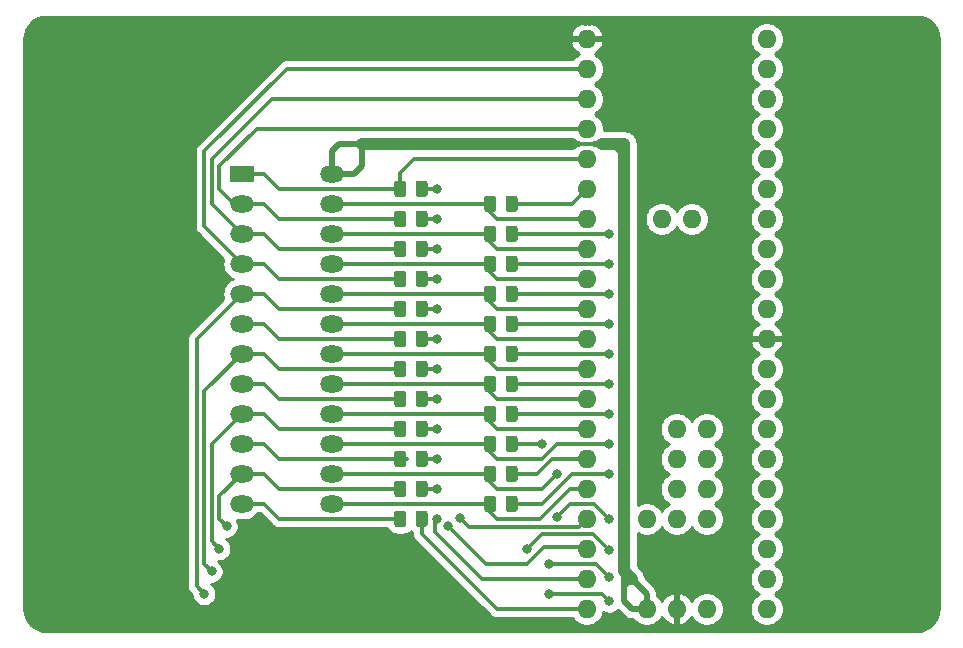
<source format=gbr>
%TF.GenerationSoftware,KiCad,Pcbnew,(5.1.9)-1*%
%TF.CreationDate,2021-02-16T23:53:01+08:00*%
%TF.ProjectId,ChipInspector24,43686970-496e-4737-9065-63746f723234,rev?*%
%TF.SameCoordinates,Original*%
%TF.FileFunction,Copper,L1,Top*%
%TF.FilePolarity,Positive*%
%FSLAX46Y46*%
G04 Gerber Fmt 4.6, Leading zero omitted, Abs format (unit mm)*
G04 Created by KiCad (PCBNEW (5.1.9)-1) date 2021-02-16 23:53:01*
%MOMM*%
%LPD*%
G01*
G04 APERTURE LIST*
%TA.AperFunction,ComponentPad*%
%ADD10O,2.000000X1.440000*%
%TD*%
%TA.AperFunction,ComponentPad*%
%ADD11R,2.000000X1.440000*%
%TD*%
%TA.AperFunction,ComponentPad*%
%ADD12O,1.600000X1.600000*%
%TD*%
%TA.AperFunction,ViaPad*%
%ADD13C,0.800000*%
%TD*%
%TA.AperFunction,Conductor*%
%ADD14C,0.500000*%
%TD*%
%TA.AperFunction,Conductor*%
%ADD15C,0.350000*%
%TD*%
%TA.AperFunction,Conductor*%
%ADD16C,1.000000*%
%TD*%
%TA.AperFunction,Conductor*%
%ADD17C,0.254000*%
%TD*%
%TA.AperFunction,Conductor*%
%ADD18C,0.100000*%
%TD*%
G04 APERTURE END LIST*
D10*
%TO.P,J1,13*%
%TO.N,P13*%
X133350000Y-115570000D03*
%TO.P,J1,12*%
%TO.N,P12*%
X125730000Y-115570000D03*
%TO.P,J1,14*%
%TO.N,P14*%
X133350000Y-113030000D03*
%TO.P,J1,11*%
%TO.N,P11*%
X125730000Y-113030000D03*
%TO.P,J1,15*%
%TO.N,P15*%
X133350000Y-110490000D03*
%TO.P,J1,10*%
%TO.N,P10*%
X125730000Y-110490000D03*
%TO.P,J1,16*%
%TO.N,P16*%
X133350000Y-107950000D03*
%TO.P,J1,9*%
%TO.N,P09*%
X125730000Y-107950000D03*
%TO.P,J1,17*%
%TO.N,P17*%
X133350000Y-105410000D03*
%TO.P,J1,8*%
%TO.N,P08*%
X125730000Y-105410000D03*
%TO.P,J1,18*%
%TO.N,P18*%
X133350000Y-102870000D03*
%TO.P,J1,7*%
%TO.N,P07*%
X125730000Y-102870000D03*
%TO.P,J1,19*%
%TO.N,P19*%
X133350000Y-100330000D03*
%TO.P,J1,6*%
%TO.N,P06*%
X125730000Y-100330000D03*
%TO.P,J1,20*%
%TO.N,P20*%
X133350000Y-97790000D03*
%TO.P,J1,5*%
%TO.N,P05*%
X125730000Y-97790000D03*
%TO.P,J1,21*%
%TO.N,P21*%
X133350000Y-95250000D03*
%TO.P,J1,4*%
%TO.N,P04*%
X125730000Y-95250000D03*
%TO.P,J1,22*%
%TO.N,P22*%
X133350000Y-92710000D03*
%TO.P,J1,3*%
%TO.N,P03*%
X125730000Y-92710000D03*
%TO.P,J1,23*%
%TO.N,P23*%
X133350000Y-90170000D03*
%TO.P,J1,2*%
%TO.N,P02*%
X125730000Y-90170000D03*
%TO.P,J1,24*%
%TO.N,VCC*%
X133350000Y-87630000D03*
D11*
%TO.P,J1,1*%
%TO.N,P01*%
X125730000Y-87630000D03*
%TD*%
D12*
%TO.P,M1,53*%
%TO.N,P21R*%
X163830000Y-91440000D03*
%TO.P,M1,54*%
%TO.N,P22R*%
X161290000Y-91440000D03*
%TO.P,M1,40*%
%TO.N,VCC*%
X170180000Y-76200000D03*
%TO.P,M1,39*%
%TO.N,P01R*%
X170180000Y-78740000D03*
%TO.P,M1,38*%
%TO.N,P02R*%
X170180000Y-81280000D03*
%TO.P,M1,37*%
%TO.N,P03R*%
X170180000Y-83820000D03*
%TO.P,M1,36*%
%TO.N,P20R*%
X170180000Y-86360000D03*
%TO.P,M1,35*%
%TO.N,P04R*%
X170180000Y-88900000D03*
%TO.P,M1,34*%
%TO.N,P19R*%
X170180000Y-91440000D03*
%TO.P,M1,33*%
%TO.N,P05R*%
X170180000Y-93980000D03*
%TO.P,M1,32*%
%TO.N,P18R*%
X170180000Y-96520000D03*
%TO.P,M1,31*%
%TO.N,P06R*%
X170180000Y-99060000D03*
%TO.P,M1,30*%
%TO.N,GND*%
X170180000Y-101600000D03*
%TO.P,M1,29*%
%TO.N,Net-(M1-Pad29)*%
X170180000Y-104140000D03*
%TO.P,M1,28*%
%TO.N,P12*%
X170180000Y-106680000D03*
%TO.P,M1,27*%
%TO.N,P11*%
X170180000Y-109220000D03*
%TO.P,M1,26*%
%TO.N,P10*%
X170180000Y-111760000D03*
%TO.P,M1,25*%
%TO.N,P09*%
X170180000Y-114300000D03*
%TO.P,M1,24*%
%TO.N,P08*%
X170180000Y-116840000D03*
%TO.P,M1,23*%
%TO.N,P07*%
X170180000Y-119380000D03*
%TO.P,M1,22*%
%TO.N,P06*%
X170180000Y-121920000D03*
%TO.P,M1,21*%
%TO.N,P05*%
X170180000Y-124460000D03*
%TO.P,M1,20*%
%TO.N,P12R*%
X154940000Y-124460000D03*
%TO.P,M1,19*%
%TO.N,P11R*%
X154940000Y-121920000D03*
%TO.P,M1,18*%
%TO.N,P10R*%
X154940000Y-119380000D03*
%TO.P,M1,17*%
%TO.N,P09R*%
X154940000Y-116840000D03*
%TO.P,M1,16*%
%TO.N,P13*%
X154940000Y-114300000D03*
%TO.P,M1,15*%
%TO.N,P14R*%
X154940000Y-111760000D03*
%TO.P,M1,14*%
%TO.N,P16*%
X154940000Y-109220000D03*
%TO.P,M1,13*%
%TO.N,P17*%
X154940000Y-106680000D03*
%TO.P,M1,12*%
%TO.N,P18*%
X154940000Y-104140000D03*
%TO.P,M1,11*%
%TO.N,P19*%
X154940000Y-101600000D03*
%TO.P,M1,10*%
%TO.N,P20*%
X154940000Y-99060000D03*
%TO.P,M1,9*%
%TO.N,P21*%
X154940000Y-96520000D03*
%TO.P,M1,8*%
%TO.N,P22*%
X154940000Y-93980000D03*
%TO.P,M1,7*%
%TO.N,P23*%
X154940000Y-91440000D03*
%TO.P,M1,6*%
%TO.N,P23R*%
X154940000Y-88900000D03*
%TO.P,M1,5*%
%TO.N,P01*%
X154940000Y-86360000D03*
%TO.P,M1,4*%
%TO.N,P02*%
X154940000Y-83820000D03*
%TO.P,M1,3*%
%TO.N,P03*%
X154940000Y-81280000D03*
%TO.P,M1,2*%
%TO.N,P04*%
X154940000Y-78740000D03*
%TO.P,M1,1*%
%TO.N,GND*%
X154940000Y-76200000D03*
%TO.P,M1,41*%
%TO.N,VCC*%
X160020000Y-124460000D03*
%TO.P,M1,42*%
%TO.N,GND*%
X162560000Y-124460000D03*
%TO.P,M1,43*%
%TO.N,Net-(M1-Pad43)*%
X165100000Y-124460000D03*
%TO.P,M1,44*%
%TO.N,Net-(M1-Pad44)*%
X160020000Y-116840000D03*
%TO.P,M1,48*%
%TO.N,P14*%
X162560000Y-116840000D03*
%TO.P,M1,47*%
%TO.N,P15R*%
X162560000Y-114300000D03*
%TO.P,M1,46*%
%TO.N,P08R*%
X162560000Y-111760000D03*
%TO.P,M1,45*%
%TO.N,P07R*%
X162560000Y-109220000D03*
%TO.P,M1,52*%
%TO.N,P17R*%
X165100000Y-109220000D03*
%TO.P,M1,51*%
%TO.N,P16R*%
X165100000Y-111760000D03*
%TO.P,M1,50*%
%TO.N,P15*%
X165100000Y-114300000D03*
%TO.P,M1,49*%
%TO.N,P13R*%
X165100000Y-116840000D03*
%TD*%
%TO.P,R23,2*%
%TO.N,P23R*%
%TA.AperFunction,SMDPad,CuDef*%
G36*
G01*
X148077500Y-90620002D02*
X148077500Y-89719998D01*
G75*
G02*
X148327498Y-89470000I249998J0D01*
G01*
X148852502Y-89470000D01*
G75*
G02*
X149102500Y-89719998I0J-249998D01*
G01*
X149102500Y-90620002D01*
G75*
G02*
X148852502Y-90870000I-249998J0D01*
G01*
X148327498Y-90870000D01*
G75*
G02*
X148077500Y-90620002I0J249998D01*
G01*
G37*
%TD.AperFunction*%
%TO.P,R23,1*%
%TO.N,P23*%
%TA.AperFunction,SMDPad,CuDef*%
G36*
G01*
X146252500Y-90620002D02*
X146252500Y-89719998D01*
G75*
G02*
X146502498Y-89470000I249998J0D01*
G01*
X147027502Y-89470000D01*
G75*
G02*
X147277500Y-89719998I0J-249998D01*
G01*
X147277500Y-90620002D01*
G75*
G02*
X147027502Y-90870000I-249998J0D01*
G01*
X146502498Y-90870000D01*
G75*
G02*
X146252500Y-90620002I0J249998D01*
G01*
G37*
%TD.AperFunction*%
%TD*%
%TO.P,R22,2*%
%TO.N,P22R*%
%TA.AperFunction,SMDPad,CuDef*%
G36*
G01*
X148077500Y-93160002D02*
X148077500Y-92259998D01*
G75*
G02*
X148327498Y-92010000I249998J0D01*
G01*
X148852502Y-92010000D01*
G75*
G02*
X149102500Y-92259998I0J-249998D01*
G01*
X149102500Y-93160002D01*
G75*
G02*
X148852502Y-93410000I-249998J0D01*
G01*
X148327498Y-93410000D01*
G75*
G02*
X148077500Y-93160002I0J249998D01*
G01*
G37*
%TD.AperFunction*%
%TO.P,R22,1*%
%TO.N,P22*%
%TA.AperFunction,SMDPad,CuDef*%
G36*
G01*
X146252500Y-93160002D02*
X146252500Y-92259998D01*
G75*
G02*
X146502498Y-92010000I249998J0D01*
G01*
X147027502Y-92010000D01*
G75*
G02*
X147277500Y-92259998I0J-249998D01*
G01*
X147277500Y-93160002D01*
G75*
G02*
X147027502Y-93410000I-249998J0D01*
G01*
X146502498Y-93410000D01*
G75*
G02*
X146252500Y-93160002I0J249998D01*
G01*
G37*
%TD.AperFunction*%
%TD*%
%TO.P,R21,2*%
%TO.N,P21R*%
%TA.AperFunction,SMDPad,CuDef*%
G36*
G01*
X148077500Y-95700002D02*
X148077500Y-94799998D01*
G75*
G02*
X148327498Y-94550000I249998J0D01*
G01*
X148852502Y-94550000D01*
G75*
G02*
X149102500Y-94799998I0J-249998D01*
G01*
X149102500Y-95700002D01*
G75*
G02*
X148852502Y-95950000I-249998J0D01*
G01*
X148327498Y-95950000D01*
G75*
G02*
X148077500Y-95700002I0J249998D01*
G01*
G37*
%TD.AperFunction*%
%TO.P,R21,1*%
%TO.N,P21*%
%TA.AperFunction,SMDPad,CuDef*%
G36*
G01*
X146252500Y-95700002D02*
X146252500Y-94799998D01*
G75*
G02*
X146502498Y-94550000I249998J0D01*
G01*
X147027502Y-94550000D01*
G75*
G02*
X147277500Y-94799998I0J-249998D01*
G01*
X147277500Y-95700002D01*
G75*
G02*
X147027502Y-95950000I-249998J0D01*
G01*
X146502498Y-95950000D01*
G75*
G02*
X146252500Y-95700002I0J249998D01*
G01*
G37*
%TD.AperFunction*%
%TD*%
%TO.P,R20,2*%
%TO.N,P20R*%
%TA.AperFunction,SMDPad,CuDef*%
G36*
G01*
X148077500Y-98240002D02*
X148077500Y-97339998D01*
G75*
G02*
X148327498Y-97090000I249998J0D01*
G01*
X148852502Y-97090000D01*
G75*
G02*
X149102500Y-97339998I0J-249998D01*
G01*
X149102500Y-98240002D01*
G75*
G02*
X148852502Y-98490000I-249998J0D01*
G01*
X148327498Y-98490000D01*
G75*
G02*
X148077500Y-98240002I0J249998D01*
G01*
G37*
%TD.AperFunction*%
%TO.P,R20,1*%
%TO.N,P20*%
%TA.AperFunction,SMDPad,CuDef*%
G36*
G01*
X146252500Y-98240002D02*
X146252500Y-97339998D01*
G75*
G02*
X146502498Y-97090000I249998J0D01*
G01*
X147027502Y-97090000D01*
G75*
G02*
X147277500Y-97339998I0J-249998D01*
G01*
X147277500Y-98240002D01*
G75*
G02*
X147027502Y-98490000I-249998J0D01*
G01*
X146502498Y-98490000D01*
G75*
G02*
X146252500Y-98240002I0J249998D01*
G01*
G37*
%TD.AperFunction*%
%TD*%
%TO.P,R19,2*%
%TO.N,P19R*%
%TA.AperFunction,SMDPad,CuDef*%
G36*
G01*
X148077500Y-100780002D02*
X148077500Y-99879998D01*
G75*
G02*
X148327498Y-99630000I249998J0D01*
G01*
X148852502Y-99630000D01*
G75*
G02*
X149102500Y-99879998I0J-249998D01*
G01*
X149102500Y-100780002D01*
G75*
G02*
X148852502Y-101030000I-249998J0D01*
G01*
X148327498Y-101030000D01*
G75*
G02*
X148077500Y-100780002I0J249998D01*
G01*
G37*
%TD.AperFunction*%
%TO.P,R19,1*%
%TO.N,P19*%
%TA.AperFunction,SMDPad,CuDef*%
G36*
G01*
X146252500Y-100780002D02*
X146252500Y-99879998D01*
G75*
G02*
X146502498Y-99630000I249998J0D01*
G01*
X147027502Y-99630000D01*
G75*
G02*
X147277500Y-99879998I0J-249998D01*
G01*
X147277500Y-100780002D01*
G75*
G02*
X147027502Y-101030000I-249998J0D01*
G01*
X146502498Y-101030000D01*
G75*
G02*
X146252500Y-100780002I0J249998D01*
G01*
G37*
%TD.AperFunction*%
%TD*%
%TO.P,R18,2*%
%TO.N,P18R*%
%TA.AperFunction,SMDPad,CuDef*%
G36*
G01*
X148077500Y-103320002D02*
X148077500Y-102419998D01*
G75*
G02*
X148327498Y-102170000I249998J0D01*
G01*
X148852502Y-102170000D01*
G75*
G02*
X149102500Y-102419998I0J-249998D01*
G01*
X149102500Y-103320002D01*
G75*
G02*
X148852502Y-103570000I-249998J0D01*
G01*
X148327498Y-103570000D01*
G75*
G02*
X148077500Y-103320002I0J249998D01*
G01*
G37*
%TD.AperFunction*%
%TO.P,R18,1*%
%TO.N,P18*%
%TA.AperFunction,SMDPad,CuDef*%
G36*
G01*
X146252500Y-103320002D02*
X146252500Y-102419998D01*
G75*
G02*
X146502498Y-102170000I249998J0D01*
G01*
X147027502Y-102170000D01*
G75*
G02*
X147277500Y-102419998I0J-249998D01*
G01*
X147277500Y-103320002D01*
G75*
G02*
X147027502Y-103570000I-249998J0D01*
G01*
X146502498Y-103570000D01*
G75*
G02*
X146252500Y-103320002I0J249998D01*
G01*
G37*
%TD.AperFunction*%
%TD*%
%TO.P,R17,2*%
%TO.N,P17R*%
%TA.AperFunction,SMDPad,CuDef*%
G36*
G01*
X148077500Y-105860002D02*
X148077500Y-104959998D01*
G75*
G02*
X148327498Y-104710000I249998J0D01*
G01*
X148852502Y-104710000D01*
G75*
G02*
X149102500Y-104959998I0J-249998D01*
G01*
X149102500Y-105860002D01*
G75*
G02*
X148852502Y-106110000I-249998J0D01*
G01*
X148327498Y-106110000D01*
G75*
G02*
X148077500Y-105860002I0J249998D01*
G01*
G37*
%TD.AperFunction*%
%TO.P,R17,1*%
%TO.N,P17*%
%TA.AperFunction,SMDPad,CuDef*%
G36*
G01*
X146252500Y-105860002D02*
X146252500Y-104959998D01*
G75*
G02*
X146502498Y-104710000I249998J0D01*
G01*
X147027502Y-104710000D01*
G75*
G02*
X147277500Y-104959998I0J-249998D01*
G01*
X147277500Y-105860002D01*
G75*
G02*
X147027502Y-106110000I-249998J0D01*
G01*
X146502498Y-106110000D01*
G75*
G02*
X146252500Y-105860002I0J249998D01*
G01*
G37*
%TD.AperFunction*%
%TD*%
%TO.P,R16,1*%
%TO.N,P16*%
%TA.AperFunction,SMDPad,CuDef*%
G36*
G01*
X146252500Y-108400002D02*
X146252500Y-107499998D01*
G75*
G02*
X146502498Y-107250000I249998J0D01*
G01*
X147027502Y-107250000D01*
G75*
G02*
X147277500Y-107499998I0J-249998D01*
G01*
X147277500Y-108400002D01*
G75*
G02*
X147027502Y-108650000I-249998J0D01*
G01*
X146502498Y-108650000D01*
G75*
G02*
X146252500Y-108400002I0J249998D01*
G01*
G37*
%TD.AperFunction*%
%TO.P,R16,2*%
%TO.N,P16R*%
%TA.AperFunction,SMDPad,CuDef*%
G36*
G01*
X148077500Y-108400002D02*
X148077500Y-107499998D01*
G75*
G02*
X148327498Y-107250000I249998J0D01*
G01*
X148852502Y-107250000D01*
G75*
G02*
X149102500Y-107499998I0J-249998D01*
G01*
X149102500Y-108400002D01*
G75*
G02*
X148852502Y-108650000I-249998J0D01*
G01*
X148327498Y-108650000D01*
G75*
G02*
X148077500Y-108400002I0J249998D01*
G01*
G37*
%TD.AperFunction*%
%TD*%
%TO.P,R15,2*%
%TO.N,P15R*%
%TA.AperFunction,SMDPad,CuDef*%
G36*
G01*
X148077500Y-110940002D02*
X148077500Y-110039998D01*
G75*
G02*
X148327498Y-109790000I249998J0D01*
G01*
X148852502Y-109790000D01*
G75*
G02*
X149102500Y-110039998I0J-249998D01*
G01*
X149102500Y-110940002D01*
G75*
G02*
X148852502Y-111190000I-249998J0D01*
G01*
X148327498Y-111190000D01*
G75*
G02*
X148077500Y-110940002I0J249998D01*
G01*
G37*
%TD.AperFunction*%
%TO.P,R15,1*%
%TO.N,P15*%
%TA.AperFunction,SMDPad,CuDef*%
G36*
G01*
X146252500Y-110940002D02*
X146252500Y-110039998D01*
G75*
G02*
X146502498Y-109790000I249998J0D01*
G01*
X147027502Y-109790000D01*
G75*
G02*
X147277500Y-110039998I0J-249998D01*
G01*
X147277500Y-110940002D01*
G75*
G02*
X147027502Y-111190000I-249998J0D01*
G01*
X146502498Y-111190000D01*
G75*
G02*
X146252500Y-110940002I0J249998D01*
G01*
G37*
%TD.AperFunction*%
%TD*%
%TO.P,R14,2*%
%TO.N,P14R*%
%TA.AperFunction,SMDPad,CuDef*%
G36*
G01*
X148077500Y-113480002D02*
X148077500Y-112579998D01*
G75*
G02*
X148327498Y-112330000I249998J0D01*
G01*
X148852502Y-112330000D01*
G75*
G02*
X149102500Y-112579998I0J-249998D01*
G01*
X149102500Y-113480002D01*
G75*
G02*
X148852502Y-113730000I-249998J0D01*
G01*
X148327498Y-113730000D01*
G75*
G02*
X148077500Y-113480002I0J249998D01*
G01*
G37*
%TD.AperFunction*%
%TO.P,R14,1*%
%TO.N,P14*%
%TA.AperFunction,SMDPad,CuDef*%
G36*
G01*
X146252500Y-113480002D02*
X146252500Y-112579998D01*
G75*
G02*
X146502498Y-112330000I249998J0D01*
G01*
X147027502Y-112330000D01*
G75*
G02*
X147277500Y-112579998I0J-249998D01*
G01*
X147277500Y-113480002D01*
G75*
G02*
X147027502Y-113730000I-249998J0D01*
G01*
X146502498Y-113730000D01*
G75*
G02*
X146252500Y-113480002I0J249998D01*
G01*
G37*
%TD.AperFunction*%
%TD*%
%TO.P,R13,2*%
%TO.N,P13R*%
%TA.AperFunction,SMDPad,CuDef*%
G36*
G01*
X148077500Y-116020002D02*
X148077500Y-115119998D01*
G75*
G02*
X148327498Y-114870000I249998J0D01*
G01*
X148852502Y-114870000D01*
G75*
G02*
X149102500Y-115119998I0J-249998D01*
G01*
X149102500Y-116020002D01*
G75*
G02*
X148852502Y-116270000I-249998J0D01*
G01*
X148327498Y-116270000D01*
G75*
G02*
X148077500Y-116020002I0J249998D01*
G01*
G37*
%TD.AperFunction*%
%TO.P,R13,1*%
%TO.N,P13*%
%TA.AperFunction,SMDPad,CuDef*%
G36*
G01*
X146252500Y-116020002D02*
X146252500Y-115119998D01*
G75*
G02*
X146502498Y-114870000I249998J0D01*
G01*
X147027502Y-114870000D01*
G75*
G02*
X147277500Y-115119998I0J-249998D01*
G01*
X147277500Y-116020002D01*
G75*
G02*
X147027502Y-116270000I-249998J0D01*
G01*
X146502498Y-116270000D01*
G75*
G02*
X146252500Y-116020002I0J249998D01*
G01*
G37*
%TD.AperFunction*%
%TD*%
%TO.P,R12,2*%
%TO.N,P12R*%
%TA.AperFunction,SMDPad,CuDef*%
G36*
G01*
X140457500Y-117290002D02*
X140457500Y-116389998D01*
G75*
G02*
X140707498Y-116140000I249998J0D01*
G01*
X141232502Y-116140000D01*
G75*
G02*
X141482500Y-116389998I0J-249998D01*
G01*
X141482500Y-117290002D01*
G75*
G02*
X141232502Y-117540000I-249998J0D01*
G01*
X140707498Y-117540000D01*
G75*
G02*
X140457500Y-117290002I0J249998D01*
G01*
G37*
%TD.AperFunction*%
%TO.P,R12,1*%
%TO.N,P12*%
%TA.AperFunction,SMDPad,CuDef*%
G36*
G01*
X138632500Y-117290002D02*
X138632500Y-116389998D01*
G75*
G02*
X138882498Y-116140000I249998J0D01*
G01*
X139407502Y-116140000D01*
G75*
G02*
X139657500Y-116389998I0J-249998D01*
G01*
X139657500Y-117290002D01*
G75*
G02*
X139407502Y-117540000I-249998J0D01*
G01*
X138882498Y-117540000D01*
G75*
G02*
X138632500Y-117290002I0J249998D01*
G01*
G37*
%TD.AperFunction*%
%TD*%
%TO.P,R11,2*%
%TO.N,P11R*%
%TA.AperFunction,SMDPad,CuDef*%
G36*
G01*
X140457500Y-114750002D02*
X140457500Y-113849998D01*
G75*
G02*
X140707498Y-113600000I249998J0D01*
G01*
X141232502Y-113600000D01*
G75*
G02*
X141482500Y-113849998I0J-249998D01*
G01*
X141482500Y-114750002D01*
G75*
G02*
X141232502Y-115000000I-249998J0D01*
G01*
X140707498Y-115000000D01*
G75*
G02*
X140457500Y-114750002I0J249998D01*
G01*
G37*
%TD.AperFunction*%
%TO.P,R11,1*%
%TO.N,P11*%
%TA.AperFunction,SMDPad,CuDef*%
G36*
G01*
X138632500Y-114750002D02*
X138632500Y-113849998D01*
G75*
G02*
X138882498Y-113600000I249998J0D01*
G01*
X139407502Y-113600000D01*
G75*
G02*
X139657500Y-113849998I0J-249998D01*
G01*
X139657500Y-114750002D01*
G75*
G02*
X139407502Y-115000000I-249998J0D01*
G01*
X138882498Y-115000000D01*
G75*
G02*
X138632500Y-114750002I0J249998D01*
G01*
G37*
%TD.AperFunction*%
%TD*%
%TO.P,R10,2*%
%TO.N,P10R*%
%TA.AperFunction,SMDPad,CuDef*%
G36*
G01*
X140457500Y-112210002D02*
X140457500Y-111309998D01*
G75*
G02*
X140707498Y-111060000I249998J0D01*
G01*
X141232502Y-111060000D01*
G75*
G02*
X141482500Y-111309998I0J-249998D01*
G01*
X141482500Y-112210002D01*
G75*
G02*
X141232502Y-112460000I-249998J0D01*
G01*
X140707498Y-112460000D01*
G75*
G02*
X140457500Y-112210002I0J249998D01*
G01*
G37*
%TD.AperFunction*%
%TO.P,R10,1*%
%TO.N,P10*%
%TA.AperFunction,SMDPad,CuDef*%
G36*
G01*
X138632500Y-112210002D02*
X138632500Y-111309998D01*
G75*
G02*
X138882498Y-111060000I249998J0D01*
G01*
X139407502Y-111060000D01*
G75*
G02*
X139657500Y-111309998I0J-249998D01*
G01*
X139657500Y-112210002D01*
G75*
G02*
X139407502Y-112460000I-249998J0D01*
G01*
X138882498Y-112460000D01*
G75*
G02*
X138632500Y-112210002I0J249998D01*
G01*
G37*
%TD.AperFunction*%
%TD*%
%TO.P,R9,2*%
%TO.N,P09R*%
%TA.AperFunction,SMDPad,CuDef*%
G36*
G01*
X140457500Y-109670002D02*
X140457500Y-108769998D01*
G75*
G02*
X140707498Y-108520000I249998J0D01*
G01*
X141232502Y-108520000D01*
G75*
G02*
X141482500Y-108769998I0J-249998D01*
G01*
X141482500Y-109670002D01*
G75*
G02*
X141232502Y-109920000I-249998J0D01*
G01*
X140707498Y-109920000D01*
G75*
G02*
X140457500Y-109670002I0J249998D01*
G01*
G37*
%TD.AperFunction*%
%TO.P,R9,1*%
%TO.N,P09*%
%TA.AperFunction,SMDPad,CuDef*%
G36*
G01*
X138632500Y-109670002D02*
X138632500Y-108769998D01*
G75*
G02*
X138882498Y-108520000I249998J0D01*
G01*
X139407502Y-108520000D01*
G75*
G02*
X139657500Y-108769998I0J-249998D01*
G01*
X139657500Y-109670002D01*
G75*
G02*
X139407502Y-109920000I-249998J0D01*
G01*
X138882498Y-109920000D01*
G75*
G02*
X138632500Y-109670002I0J249998D01*
G01*
G37*
%TD.AperFunction*%
%TD*%
%TO.P,R8,2*%
%TO.N,P08R*%
%TA.AperFunction,SMDPad,CuDef*%
G36*
G01*
X140457500Y-107130002D02*
X140457500Y-106229998D01*
G75*
G02*
X140707498Y-105980000I249998J0D01*
G01*
X141232502Y-105980000D01*
G75*
G02*
X141482500Y-106229998I0J-249998D01*
G01*
X141482500Y-107130002D01*
G75*
G02*
X141232502Y-107380000I-249998J0D01*
G01*
X140707498Y-107380000D01*
G75*
G02*
X140457500Y-107130002I0J249998D01*
G01*
G37*
%TD.AperFunction*%
%TO.P,R8,1*%
%TO.N,P08*%
%TA.AperFunction,SMDPad,CuDef*%
G36*
G01*
X138632500Y-107130002D02*
X138632500Y-106229998D01*
G75*
G02*
X138882498Y-105980000I249998J0D01*
G01*
X139407502Y-105980000D01*
G75*
G02*
X139657500Y-106229998I0J-249998D01*
G01*
X139657500Y-107130002D01*
G75*
G02*
X139407502Y-107380000I-249998J0D01*
G01*
X138882498Y-107380000D01*
G75*
G02*
X138632500Y-107130002I0J249998D01*
G01*
G37*
%TD.AperFunction*%
%TD*%
%TO.P,R7,2*%
%TO.N,P07R*%
%TA.AperFunction,SMDPad,CuDef*%
G36*
G01*
X140457500Y-104590002D02*
X140457500Y-103689998D01*
G75*
G02*
X140707498Y-103440000I249998J0D01*
G01*
X141232502Y-103440000D01*
G75*
G02*
X141482500Y-103689998I0J-249998D01*
G01*
X141482500Y-104590002D01*
G75*
G02*
X141232502Y-104840000I-249998J0D01*
G01*
X140707498Y-104840000D01*
G75*
G02*
X140457500Y-104590002I0J249998D01*
G01*
G37*
%TD.AperFunction*%
%TO.P,R7,1*%
%TO.N,P07*%
%TA.AperFunction,SMDPad,CuDef*%
G36*
G01*
X138632500Y-104590002D02*
X138632500Y-103689998D01*
G75*
G02*
X138882498Y-103440000I249998J0D01*
G01*
X139407502Y-103440000D01*
G75*
G02*
X139657500Y-103689998I0J-249998D01*
G01*
X139657500Y-104590002D01*
G75*
G02*
X139407502Y-104840000I-249998J0D01*
G01*
X138882498Y-104840000D01*
G75*
G02*
X138632500Y-104590002I0J249998D01*
G01*
G37*
%TD.AperFunction*%
%TD*%
%TO.P,R6,2*%
%TO.N,P06R*%
%TA.AperFunction,SMDPad,CuDef*%
G36*
G01*
X140457500Y-102050002D02*
X140457500Y-101149998D01*
G75*
G02*
X140707498Y-100900000I249998J0D01*
G01*
X141232502Y-100900000D01*
G75*
G02*
X141482500Y-101149998I0J-249998D01*
G01*
X141482500Y-102050002D01*
G75*
G02*
X141232502Y-102300000I-249998J0D01*
G01*
X140707498Y-102300000D01*
G75*
G02*
X140457500Y-102050002I0J249998D01*
G01*
G37*
%TD.AperFunction*%
%TO.P,R6,1*%
%TO.N,P06*%
%TA.AperFunction,SMDPad,CuDef*%
G36*
G01*
X138632500Y-102050002D02*
X138632500Y-101149998D01*
G75*
G02*
X138882498Y-100900000I249998J0D01*
G01*
X139407502Y-100900000D01*
G75*
G02*
X139657500Y-101149998I0J-249998D01*
G01*
X139657500Y-102050002D01*
G75*
G02*
X139407502Y-102300000I-249998J0D01*
G01*
X138882498Y-102300000D01*
G75*
G02*
X138632500Y-102050002I0J249998D01*
G01*
G37*
%TD.AperFunction*%
%TD*%
%TO.P,R5,2*%
%TO.N,P05R*%
%TA.AperFunction,SMDPad,CuDef*%
G36*
G01*
X140457500Y-99510002D02*
X140457500Y-98609998D01*
G75*
G02*
X140707498Y-98360000I249998J0D01*
G01*
X141232502Y-98360000D01*
G75*
G02*
X141482500Y-98609998I0J-249998D01*
G01*
X141482500Y-99510002D01*
G75*
G02*
X141232502Y-99760000I-249998J0D01*
G01*
X140707498Y-99760000D01*
G75*
G02*
X140457500Y-99510002I0J249998D01*
G01*
G37*
%TD.AperFunction*%
%TO.P,R5,1*%
%TO.N,P05*%
%TA.AperFunction,SMDPad,CuDef*%
G36*
G01*
X138632500Y-99510002D02*
X138632500Y-98609998D01*
G75*
G02*
X138882498Y-98360000I249998J0D01*
G01*
X139407502Y-98360000D01*
G75*
G02*
X139657500Y-98609998I0J-249998D01*
G01*
X139657500Y-99510002D01*
G75*
G02*
X139407502Y-99760000I-249998J0D01*
G01*
X138882498Y-99760000D01*
G75*
G02*
X138632500Y-99510002I0J249998D01*
G01*
G37*
%TD.AperFunction*%
%TD*%
%TO.P,R4,2*%
%TO.N,P04R*%
%TA.AperFunction,SMDPad,CuDef*%
G36*
G01*
X140457500Y-96970002D02*
X140457500Y-96069998D01*
G75*
G02*
X140707498Y-95820000I249998J0D01*
G01*
X141232502Y-95820000D01*
G75*
G02*
X141482500Y-96069998I0J-249998D01*
G01*
X141482500Y-96970002D01*
G75*
G02*
X141232502Y-97220000I-249998J0D01*
G01*
X140707498Y-97220000D01*
G75*
G02*
X140457500Y-96970002I0J249998D01*
G01*
G37*
%TD.AperFunction*%
%TO.P,R4,1*%
%TO.N,P04*%
%TA.AperFunction,SMDPad,CuDef*%
G36*
G01*
X138632500Y-96970002D02*
X138632500Y-96069998D01*
G75*
G02*
X138882498Y-95820000I249998J0D01*
G01*
X139407502Y-95820000D01*
G75*
G02*
X139657500Y-96069998I0J-249998D01*
G01*
X139657500Y-96970002D01*
G75*
G02*
X139407502Y-97220000I-249998J0D01*
G01*
X138882498Y-97220000D01*
G75*
G02*
X138632500Y-96970002I0J249998D01*
G01*
G37*
%TD.AperFunction*%
%TD*%
%TO.P,R3,2*%
%TO.N,P03R*%
%TA.AperFunction,SMDPad,CuDef*%
G36*
G01*
X140457500Y-94430002D02*
X140457500Y-93529998D01*
G75*
G02*
X140707498Y-93280000I249998J0D01*
G01*
X141232502Y-93280000D01*
G75*
G02*
X141482500Y-93529998I0J-249998D01*
G01*
X141482500Y-94430002D01*
G75*
G02*
X141232502Y-94680000I-249998J0D01*
G01*
X140707498Y-94680000D01*
G75*
G02*
X140457500Y-94430002I0J249998D01*
G01*
G37*
%TD.AperFunction*%
%TO.P,R3,1*%
%TO.N,P03*%
%TA.AperFunction,SMDPad,CuDef*%
G36*
G01*
X138632500Y-94430002D02*
X138632500Y-93529998D01*
G75*
G02*
X138882498Y-93280000I249998J0D01*
G01*
X139407502Y-93280000D01*
G75*
G02*
X139657500Y-93529998I0J-249998D01*
G01*
X139657500Y-94430002D01*
G75*
G02*
X139407502Y-94680000I-249998J0D01*
G01*
X138882498Y-94680000D01*
G75*
G02*
X138632500Y-94430002I0J249998D01*
G01*
G37*
%TD.AperFunction*%
%TD*%
%TO.P,R2,2*%
%TO.N,P02R*%
%TA.AperFunction,SMDPad,CuDef*%
G36*
G01*
X140457500Y-91890002D02*
X140457500Y-90989998D01*
G75*
G02*
X140707498Y-90740000I249998J0D01*
G01*
X141232502Y-90740000D01*
G75*
G02*
X141482500Y-90989998I0J-249998D01*
G01*
X141482500Y-91890002D01*
G75*
G02*
X141232502Y-92140000I-249998J0D01*
G01*
X140707498Y-92140000D01*
G75*
G02*
X140457500Y-91890002I0J249998D01*
G01*
G37*
%TD.AperFunction*%
%TO.P,R2,1*%
%TO.N,P02*%
%TA.AperFunction,SMDPad,CuDef*%
G36*
G01*
X138632500Y-91890002D02*
X138632500Y-90989998D01*
G75*
G02*
X138882498Y-90740000I249998J0D01*
G01*
X139407502Y-90740000D01*
G75*
G02*
X139657500Y-90989998I0J-249998D01*
G01*
X139657500Y-91890002D01*
G75*
G02*
X139407502Y-92140000I-249998J0D01*
G01*
X138882498Y-92140000D01*
G75*
G02*
X138632500Y-91890002I0J249998D01*
G01*
G37*
%TD.AperFunction*%
%TD*%
%TO.P,R1,2*%
%TO.N,P01R*%
%TA.AperFunction,SMDPad,CuDef*%
G36*
G01*
X140457500Y-89350002D02*
X140457500Y-88449998D01*
G75*
G02*
X140707498Y-88200000I249998J0D01*
G01*
X141232502Y-88200000D01*
G75*
G02*
X141482500Y-88449998I0J-249998D01*
G01*
X141482500Y-89350002D01*
G75*
G02*
X141232502Y-89600000I-249998J0D01*
G01*
X140707498Y-89600000D01*
G75*
G02*
X140457500Y-89350002I0J249998D01*
G01*
G37*
%TD.AperFunction*%
%TO.P,R1,1*%
%TO.N,P01*%
%TA.AperFunction,SMDPad,CuDef*%
G36*
G01*
X138632500Y-89350002D02*
X138632500Y-88449998D01*
G75*
G02*
X138882498Y-88200000I249998J0D01*
G01*
X139407502Y-88200000D01*
G75*
G02*
X139657500Y-88449998I0J-249998D01*
G01*
X139657500Y-89350002D01*
G75*
G02*
X139407502Y-89600000I-249998J0D01*
G01*
X138882498Y-89600000D01*
G75*
G02*
X138632500Y-89350002I0J249998D01*
G01*
G37*
%TD.AperFunction*%
%TD*%
D13*
%TO.N,VCC*%
X156210000Y-85090000D03*
X153670000Y-85090000D03*
X158115000Y-85090000D03*
X135890000Y-85090000D03*
%TO.N,GND*%
X167640000Y-104140000D03*
X165100000Y-106680000D03*
X167640000Y-106680000D03*
%TO.N,P11*%
X124460000Y-117475000D03*
X152388168Y-116684979D03*
X156835130Y-116849870D03*
%TO.N,P07*%
X123190000Y-121285000D03*
X156845000Y-121729990D03*
X151765000Y-120650000D03*
%TO.N,P05*%
X122555000Y-123190000D03*
X151765000Y-123190000D03*
X156845000Y-123825000D03*
%TO.N,P09*%
X123825014Y-119380000D03*
X149860000Y-119380000D03*
X156845006Y-119449305D03*
%TO.N,P01R*%
X142240000Y-88900000D03*
%TO.N,P02R*%
X142240000Y-91440000D03*
%TO.N,P03R*%
X142240000Y-93980000D03*
%TO.N,P04R*%
X142240000Y-96520000D03*
%TO.N,P05R*%
X142240000Y-99060000D03*
%TO.N,P06R*%
X142240000Y-101600000D03*
%TO.N,P07R*%
X142240000Y-104140000D03*
%TO.N,P08R*%
X142240000Y-106680000D03*
%TO.N,P09R*%
X142240000Y-109220000D03*
X144204473Y-116753685D03*
%TO.N,P10R*%
X142240000Y-111760000D03*
X143233492Y-117475000D03*
%TO.N,P11R*%
X142240000Y-114300000D03*
X142240000Y-116839994D03*
%TO.N,P14*%
X152400000Y-113030000D03*
%TO.N,P15*%
X156845000Y-110490000D03*
%TO.N,P13R*%
X156845000Y-113030000D03*
%TO.N,P15R*%
X151130000Y-110490000D03*
%TO.N,P16R*%
X156845000Y-107950000D03*
%TO.N,P17R*%
X156845000Y-105410000D03*
%TO.N,P18R*%
X156845000Y-102870000D03*
%TO.N,P19R*%
X156845000Y-100330000D03*
%TO.N,P20R*%
X156845000Y-97790000D03*
%TO.N,P21R*%
X156845000Y-95250000D03*
%TO.N,P22R*%
X156845000Y-92710000D03*
%TD*%
D14*
%TO.N,VCC*%
X153670000Y-85090000D02*
X154305000Y-85090000D01*
X156210000Y-85090000D02*
X155575000Y-85090000D01*
D15*
X155575000Y-85090000D02*
X154305000Y-85090000D01*
D14*
X160020000Y-123190000D02*
X158750000Y-121920000D01*
X160020000Y-124460000D02*
X160020000Y-123190000D01*
D16*
X157480000Y-85090000D02*
X158115000Y-85725000D01*
X156845000Y-85090000D02*
X157480000Y-85090000D01*
X158115000Y-85725000D02*
X158115000Y-85090000D01*
X158115000Y-85090000D02*
X156845000Y-85090000D01*
X156845000Y-85090000D02*
X156210000Y-85090000D01*
X158115000Y-121285000D02*
X158115000Y-85725000D01*
X158750000Y-121920000D02*
X158115000Y-121285000D01*
D14*
X158115000Y-122555000D02*
X158750000Y-121920000D01*
X158115000Y-122555000D02*
X158115000Y-121285000D01*
X158115000Y-123825000D02*
X158115000Y-122555000D01*
X158750000Y-124460000D02*
X158115000Y-123825000D01*
X160020000Y-124460000D02*
X158750000Y-124460000D01*
X135255000Y-87630000D02*
X133350000Y-87630000D01*
X135890000Y-86995000D02*
X135255000Y-87630000D01*
X135890000Y-85090000D02*
X135890000Y-86995000D01*
X133350000Y-85725000D02*
X133350000Y-87630000D01*
X133985000Y-85090000D02*
X133350000Y-85725000D01*
X133985000Y-85090000D02*
X135890000Y-85090000D01*
D16*
X135890000Y-85090000D02*
X153670000Y-85090000D01*
D15*
%TO.N,P13*%
X133350000Y-115570000D02*
X146765000Y-115570000D01*
X154940000Y-114300000D02*
X153554617Y-114300000D01*
X153554617Y-114300000D02*
X151014617Y-116840000D01*
X151014617Y-116840000D02*
X147335000Y-116840000D01*
X147335000Y-116840000D02*
X146765000Y-116270000D01*
X146765000Y-116270000D02*
X146765000Y-115570000D01*
%TO.N,P12*%
X127635000Y-115570000D02*
X125730000Y-115570000D01*
X127635000Y-115570000D02*
X128905000Y-116840000D01*
X139145000Y-116840000D02*
X128905000Y-116840000D01*
%TO.N,P11*%
X123825000Y-116840000D02*
X124460000Y-117475000D01*
X123825000Y-114935000D02*
X123825000Y-116840000D01*
X125730000Y-113030000D02*
X123825000Y-114935000D01*
X137160000Y-114300000D02*
X139145000Y-114300000D01*
X128905000Y-114300000D02*
X137160000Y-114300000D01*
X127635000Y-113030000D02*
X128905000Y-114300000D01*
X125730000Y-113030000D02*
X127635000Y-113030000D01*
X152388168Y-116684979D02*
X153503147Y-115570000D01*
X153503147Y-115570000D02*
X155555260Y-115570000D01*
X155555260Y-115570000D02*
X156835130Y-116849870D01*
%TO.N,P10*%
X127635000Y-110490000D02*
X125730000Y-110490000D01*
X128905000Y-111760000D02*
X127635000Y-110490000D01*
X139700000Y-111760000D02*
X128905000Y-111760000D01*
%TO.N,P08*%
X127635000Y-105410000D02*
X125730000Y-105410000D01*
X128905000Y-106680000D02*
X127635000Y-105410000D01*
X139145000Y-106680000D02*
X128905000Y-106680000D01*
%TO.N,P07*%
X122555000Y-120650000D02*
X123190000Y-121285000D01*
X122555000Y-106045000D02*
X122555000Y-120650000D01*
X125730000Y-102870000D02*
X122555000Y-106045000D01*
X128905000Y-104140000D02*
X139145000Y-104140000D01*
X127635000Y-102870000D02*
X128905000Y-104140000D01*
X125730000Y-102870000D02*
X127635000Y-102870000D01*
X156845000Y-121729990D02*
X155765010Y-120650000D01*
X155765010Y-120650000D02*
X151765000Y-120650000D01*
%TO.N,P06*%
X127635000Y-100330000D02*
X125730000Y-100330000D01*
X128905000Y-101600000D02*
X127635000Y-100330000D01*
X139145000Y-101600000D02*
X128905000Y-101600000D01*
%TO.N,P05*%
X121920000Y-122555000D02*
X122555000Y-123190000D01*
X121920000Y-101600000D02*
X121920000Y-122555000D01*
X125730000Y-97790000D02*
X121920000Y-101600000D01*
X128905000Y-99060000D02*
X139145000Y-99060000D01*
X127635000Y-97790000D02*
X128905000Y-99060000D01*
X125730000Y-97790000D02*
X127635000Y-97790000D01*
X151765000Y-123190000D02*
X156210000Y-123190000D01*
X156210000Y-123190000D02*
X156845000Y-123825000D01*
%TO.N,P04*%
X127635000Y-95250000D02*
X125730000Y-95250000D01*
X128905000Y-96520000D02*
X127635000Y-95250000D01*
X139145000Y-96520000D02*
X128905000Y-96520000D01*
X129540000Y-78740000D02*
X154940000Y-78740000D01*
X122555000Y-85725000D02*
X129540000Y-78740000D01*
X122555000Y-92075000D02*
X122555000Y-85725000D01*
X125730000Y-95250000D02*
X122555000Y-92075000D01*
%TO.N,P03*%
X128905000Y-93980000D02*
X139145000Y-93980000D01*
X127635000Y-92710000D02*
X128905000Y-93980000D01*
X125730000Y-92710000D02*
X127635000Y-92710000D01*
X123190000Y-90170000D02*
X125730000Y-92710000D01*
X123190000Y-86360000D02*
X123190000Y-90170000D01*
X128270000Y-81280000D02*
X123190000Y-86360000D01*
X154940000Y-81280000D02*
X128270000Y-81280000D01*
%TO.N,P02*%
X127635000Y-90170000D02*
X125730000Y-90170000D01*
X128905000Y-91440000D02*
X127635000Y-90170000D01*
X139145000Y-91440000D02*
X128905000Y-91440000D01*
X127000000Y-83820000D02*
X154940000Y-83820000D01*
X123825000Y-86995000D02*
X127000000Y-83820000D01*
X123825000Y-88900000D02*
X123825000Y-86995000D01*
X125095000Y-90170000D02*
X123825000Y-88900000D01*
X125730000Y-90170000D02*
X125095000Y-90170000D01*
%TO.N,P01*%
X154940000Y-86360000D02*
X140335000Y-86360000D01*
X128905000Y-88900000D02*
X139145000Y-88900000D01*
X127635000Y-87630000D02*
X128905000Y-88900000D01*
X125730000Y-87630000D02*
X127635000Y-87630000D01*
X140335000Y-86360000D02*
X139145000Y-87550000D01*
X139145000Y-87550000D02*
X139145000Y-88900000D01*
%TO.N,P09*%
X123190000Y-118744986D02*
X123825014Y-119380000D01*
X123190000Y-110490000D02*
X123190000Y-118744986D01*
X125730000Y-107950000D02*
X123190000Y-110490000D01*
X128905000Y-109220000D02*
X139145000Y-109220000D01*
X127635000Y-107950000D02*
X128905000Y-109220000D01*
X125730000Y-107950000D02*
X127635000Y-107950000D01*
X149860000Y-119380000D02*
X151130000Y-118110000D01*
X155505701Y-118110000D02*
X156845006Y-119449305D01*
X151130000Y-118110000D02*
X155505701Y-118110000D01*
%TO.N,P01R*%
X140970000Y-88900000D02*
X142240000Y-88900000D01*
%TO.N,P02R*%
X140970000Y-91440000D02*
X142240000Y-91440000D01*
%TO.N,P03R*%
X140970000Y-93980000D02*
X142240000Y-93980000D01*
%TO.N,P04R*%
X140970000Y-96520000D02*
X142240000Y-96520000D01*
%TO.N,P05R*%
X140970000Y-99060000D02*
X142240000Y-99060000D01*
%TO.N,P06R*%
X140970000Y-101600000D02*
X142240000Y-101600000D01*
%TO.N,P07R*%
X140970000Y-104140000D02*
X142240000Y-104140000D01*
%TO.N,P08R*%
X140970000Y-106680000D02*
X142240000Y-106680000D01*
%TO.N,P09R*%
X140970000Y-109220000D02*
X142240000Y-109220000D01*
X154940000Y-116840000D02*
X154270011Y-117509989D01*
X144960777Y-117509989D02*
X144604472Y-117153684D01*
X144604472Y-117153684D02*
X144204473Y-116753685D01*
X154270011Y-117509989D02*
X144960777Y-117509989D01*
%TO.N,P10R*%
X140970000Y-111760000D02*
X142240000Y-111760000D01*
X146408492Y-120650000D02*
X143233492Y-117475000D01*
X149860000Y-120650000D02*
X146408492Y-120650000D01*
X151320001Y-119189999D02*
X149860000Y-120650000D01*
X154749999Y-119189999D02*
X151320001Y-119189999D01*
X154940000Y-119380000D02*
X154749999Y-119189999D01*
%TO.N,P11R*%
X140970000Y-114300000D02*
X142240000Y-114300000D01*
X146054496Y-121920000D02*
X142099999Y-117965503D01*
X154940000Y-121920000D02*
X146054496Y-121920000D01*
X142099999Y-117965503D02*
X142099999Y-116979995D01*
X142099999Y-116979995D02*
X142240000Y-116839994D01*
%TO.N,P12R*%
X147320000Y-124460000D02*
X154940000Y-124460000D01*
X140970000Y-118110000D02*
X147320000Y-124460000D01*
X140970000Y-116840000D02*
X140970000Y-118110000D01*
%TO.N,P14*%
X140643600Y-113030000D02*
X133350000Y-113030000D01*
X146765000Y-113030000D02*
X140643600Y-113030000D01*
X146765000Y-113745000D02*
X147320000Y-114300000D01*
X146765000Y-113030000D02*
X146765000Y-113745000D01*
X151130000Y-114300000D02*
X152400000Y-113030000D01*
X147320000Y-114300000D02*
X151130000Y-114300000D01*
%TO.N,P15*%
X133350000Y-110490000D02*
X146765000Y-110490000D01*
X146765000Y-111205000D02*
X146765000Y-110490000D01*
X147320000Y-111760000D02*
X146765000Y-111205000D01*
X149225000Y-111760000D02*
X149860000Y-111760000D01*
X149225000Y-111760000D02*
X147320000Y-111760000D01*
X151130000Y-111760000D02*
X149225000Y-111760000D01*
X152400000Y-110490000D02*
X151130000Y-111760000D01*
X156845000Y-110490000D02*
X152400000Y-110490000D01*
%TO.N,P16*%
X133350000Y-107950000D02*
X146765000Y-107950000D01*
X146765000Y-108665000D02*
X147320000Y-109220000D01*
X146765000Y-107950000D02*
X146765000Y-108665000D01*
X147320000Y-109220000D02*
X154940000Y-109220000D01*
%TO.N,P17*%
X133350000Y-105410000D02*
X146765000Y-105410000D01*
X146765000Y-106110000D02*
X147335000Y-106680000D01*
X146765000Y-105410000D02*
X146765000Y-106110000D01*
X147335000Y-106680000D02*
X154940000Y-106680000D01*
%TO.N,P18*%
X133350000Y-102870000D02*
X146765000Y-102870000D01*
X146765000Y-103585000D02*
X147320000Y-104140000D01*
X146765000Y-102870000D02*
X146765000Y-103585000D01*
X147320000Y-104140000D02*
X154940000Y-104140000D01*
%TO.N,P19*%
X133350000Y-100330000D02*
X146765000Y-100330000D01*
X154940000Y-101600000D02*
X152400000Y-101600000D01*
X146765000Y-100330000D02*
X146765000Y-101045000D01*
X146765000Y-101045000D02*
X147320000Y-101600000D01*
X152400000Y-101600000D02*
X147320000Y-101600000D01*
%TO.N,P20*%
X133350000Y-97790000D02*
X146765000Y-97790000D01*
X154940000Y-99060000D02*
X152400000Y-99060000D01*
X146765000Y-97790000D02*
X146765000Y-98505000D01*
X146765000Y-98505000D02*
X147320000Y-99060000D01*
X147320000Y-99060000D02*
X152400000Y-99060000D01*
%TO.N,P21*%
X133350000Y-95250000D02*
X146765000Y-95250000D01*
X146765000Y-95965000D02*
X146765000Y-95250000D01*
X147320000Y-96520000D02*
X146765000Y-95965000D01*
X154940000Y-96520000D02*
X147320000Y-96520000D01*
%TO.N,P22*%
X133350000Y-92710000D02*
X146765000Y-92710000D01*
X146765000Y-92710000D02*
X146765000Y-93265000D01*
X146765000Y-93425000D02*
X146765000Y-92710000D01*
X147320000Y-93980000D02*
X146765000Y-93425000D01*
X154940000Y-93980000D02*
X147320000Y-93980000D01*
%TO.N,P23*%
X133350000Y-90170000D02*
X146765000Y-90170000D01*
X146765000Y-90885000D02*
X146765000Y-90170000D01*
X147320000Y-91440000D02*
X146765000Y-90885000D01*
X154940000Y-91440000D02*
X147320000Y-91440000D01*
%TO.N,P13R*%
X151130000Y-115570000D02*
X148590000Y-115570000D01*
X153670000Y-113030000D02*
X151130000Y-115570000D01*
X156845000Y-113030000D02*
X153670000Y-113030000D01*
%TO.N,P14R*%
X150708542Y-113030000D02*
X148590000Y-113030000D01*
X151978542Y-111760000D02*
X150708542Y-113030000D01*
X154940000Y-111760000D02*
X151978542Y-111760000D01*
%TO.N,P15R*%
X148590000Y-110490000D02*
X149860000Y-110490000D01*
X151130000Y-110490000D02*
X149860000Y-110490000D01*
%TO.N,P16R*%
X156845000Y-107950000D02*
X154305000Y-107950000D01*
X154305000Y-107950000D02*
X148590000Y-107950000D01*
%TO.N,P17R*%
X153731499Y-105410000D02*
X156845000Y-105410000D01*
X148590000Y-105410000D02*
X153670000Y-105410000D01*
%TO.N,P18R*%
X156845000Y-102870000D02*
X148590000Y-102870000D01*
%TO.N,P19R*%
X156845000Y-100330000D02*
X152400000Y-100330000D01*
X152400000Y-100330000D02*
X148590000Y-100330000D01*
%TO.N,P20R*%
X156845000Y-97790000D02*
X152471415Y-97790000D01*
X152471415Y-97790000D02*
X148590000Y-97790000D01*
%TO.N,P21R*%
X152400000Y-95250000D02*
X156845000Y-95250000D01*
X152400000Y-95250000D02*
X148590000Y-95250000D01*
%TO.N,P22R*%
X148590000Y-92710000D02*
X156845000Y-92710000D01*
%TO.N,P23R*%
X153670000Y-90170000D02*
X154940000Y-88900000D01*
X148590000Y-90170000D02*
X153670000Y-90170000D01*
%TD*%
D17*
%TO.N,GND*%
X183244545Y-74358909D02*
X183595208Y-74464780D01*
X183918625Y-74636744D01*
X184202484Y-74868254D01*
X184435965Y-75150486D01*
X184610183Y-75472695D01*
X184718502Y-75822614D01*
X184760000Y-76217443D01*
X184760001Y-124427711D01*
X184721091Y-124824545D01*
X184615220Y-125175206D01*
X184443257Y-125498623D01*
X184211748Y-125782482D01*
X183929514Y-126015965D01*
X183607304Y-126190184D01*
X183257385Y-126298502D01*
X182862557Y-126340000D01*
X109252279Y-126340000D01*
X108855455Y-126301091D01*
X108504794Y-126195220D01*
X108181377Y-126023257D01*
X107897518Y-125791748D01*
X107664035Y-125509514D01*
X107489816Y-125187304D01*
X107381498Y-124837385D01*
X107340000Y-124442557D01*
X107340000Y-101600000D01*
X121106081Y-101600000D01*
X121110000Y-101639788D01*
X121110001Y-122515202D01*
X121106081Y-122555000D01*
X121119963Y-122695940D01*
X121121721Y-122713788D01*
X121136343Y-122761989D01*
X121168038Y-122866473D01*
X121243251Y-123007189D01*
X121293233Y-123068091D01*
X121344473Y-123130528D01*
X121375383Y-123155895D01*
X121522129Y-123302641D01*
X121559774Y-123491898D01*
X121637795Y-123680256D01*
X121751063Y-123849774D01*
X121895226Y-123993937D01*
X122064744Y-124107205D01*
X122253102Y-124185226D01*
X122453061Y-124225000D01*
X122656939Y-124225000D01*
X122856898Y-124185226D01*
X123045256Y-124107205D01*
X123214774Y-123993937D01*
X123358937Y-123849774D01*
X123472205Y-123680256D01*
X123550226Y-123491898D01*
X123590000Y-123291939D01*
X123590000Y-123088061D01*
X123550226Y-122888102D01*
X123472205Y-122699744D01*
X123358937Y-122530226D01*
X123214774Y-122386063D01*
X123115903Y-122320000D01*
X123291939Y-122320000D01*
X123491898Y-122280226D01*
X123680256Y-122202205D01*
X123849774Y-122088937D01*
X123993937Y-121944774D01*
X124107205Y-121775256D01*
X124185226Y-121586898D01*
X124225000Y-121386939D01*
X124225000Y-121183061D01*
X124185226Y-120983102D01*
X124107205Y-120794744D01*
X123993937Y-120625226D01*
X123849774Y-120481063D01*
X123750903Y-120415000D01*
X123926953Y-120415000D01*
X124126912Y-120375226D01*
X124315270Y-120297205D01*
X124484788Y-120183937D01*
X124628951Y-120039774D01*
X124742219Y-119870256D01*
X124820240Y-119681898D01*
X124860014Y-119481939D01*
X124860014Y-119278061D01*
X124820240Y-119078102D01*
X124742219Y-118889744D01*
X124628951Y-118720226D01*
X124484788Y-118576063D01*
X124385917Y-118510000D01*
X124561939Y-118510000D01*
X124761898Y-118470226D01*
X124950256Y-118392205D01*
X125119774Y-118278937D01*
X125263937Y-118134774D01*
X125377205Y-117965256D01*
X125455226Y-117776898D01*
X125495000Y-117576939D01*
X125495000Y-117373061D01*
X125455226Y-117173102D01*
X125377205Y-116984744D01*
X125334034Y-116920134D01*
X125383436Y-116925000D01*
X126076564Y-116925000D01*
X126275626Y-116905394D01*
X126531045Y-116827914D01*
X126766440Y-116702092D01*
X126972765Y-116532765D01*
X127098136Y-116380000D01*
X127299488Y-116380000D01*
X128304105Y-117384618D01*
X128329472Y-117415528D01*
X128387629Y-117463256D01*
X128452810Y-117516749D01*
X128485970Y-117534473D01*
X128593527Y-117591963D01*
X128746212Y-117638280D01*
X128865209Y-117650000D01*
X128865211Y-117650000D01*
X128904999Y-117653919D01*
X128944787Y-117650000D01*
X138072797Y-117650000D01*
X138144095Y-117783387D01*
X138254538Y-117917962D01*
X138389113Y-118028405D01*
X138542648Y-118110472D01*
X138709244Y-118161008D01*
X138882498Y-118178072D01*
X139407502Y-118178072D01*
X139580756Y-118161008D01*
X139747352Y-118110472D01*
X139900887Y-118028405D01*
X140035462Y-117917962D01*
X140057500Y-117891109D01*
X140079538Y-117917962D01*
X140160001Y-117983996D01*
X140160001Y-118070202D01*
X140156081Y-118110000D01*
X140170305Y-118254410D01*
X140171721Y-118268788D01*
X140174205Y-118276975D01*
X140218038Y-118421473D01*
X140293251Y-118562189D01*
X140336158Y-118614471D01*
X140394473Y-118685528D01*
X140425383Y-118710895D01*
X146719105Y-125004618D01*
X146744472Y-125035528D01*
X146789779Y-125072710D01*
X146867810Y-125136749D01*
X146905855Y-125157084D01*
X147008527Y-125211963D01*
X147161212Y-125258280D01*
X147280209Y-125270000D01*
X147280211Y-125270000D01*
X147319999Y-125273919D01*
X147359787Y-125270000D01*
X153755365Y-125270000D01*
X153825363Y-125374759D01*
X154025241Y-125574637D01*
X154260273Y-125731680D01*
X154521426Y-125839853D01*
X154798665Y-125895000D01*
X155081335Y-125895000D01*
X155358574Y-125839853D01*
X155619727Y-125731680D01*
X155854759Y-125574637D01*
X156054637Y-125374759D01*
X156211680Y-125139727D01*
X156319853Y-124878574D01*
X156347890Y-124737625D01*
X156354744Y-124742205D01*
X156543102Y-124820226D01*
X156743061Y-124860000D01*
X156946939Y-124860000D01*
X157146898Y-124820226D01*
X157335256Y-124742205D01*
X157504774Y-124628937D01*
X157586066Y-124547645D01*
X158093470Y-125055049D01*
X158121183Y-125088817D01*
X158154951Y-125116530D01*
X158154953Y-125116532D01*
X158255941Y-125199411D01*
X158409686Y-125281589D01*
X158576510Y-125332195D01*
X158706523Y-125345000D01*
X158706531Y-125345000D01*
X158750000Y-125349281D01*
X158793469Y-125345000D01*
X158885479Y-125345000D01*
X158905363Y-125374759D01*
X159105241Y-125574637D01*
X159340273Y-125731680D01*
X159601426Y-125839853D01*
X159878665Y-125895000D01*
X160161335Y-125895000D01*
X160438574Y-125839853D01*
X160699727Y-125731680D01*
X160934759Y-125574637D01*
X161134637Y-125374759D01*
X161291680Y-125139727D01*
X161296357Y-125128435D01*
X161328963Y-125197420D01*
X161496481Y-125423414D01*
X161704869Y-125612385D01*
X161946119Y-125757070D01*
X162210960Y-125851909D01*
X162433000Y-125730624D01*
X162433000Y-124587000D01*
X162413000Y-124587000D01*
X162413000Y-124333000D01*
X162433000Y-124333000D01*
X162433000Y-123189376D01*
X162687000Y-123189376D01*
X162687000Y-124333000D01*
X162707000Y-124333000D01*
X162707000Y-124587000D01*
X162687000Y-124587000D01*
X162687000Y-125730624D01*
X162909040Y-125851909D01*
X163173881Y-125757070D01*
X163415131Y-125612385D01*
X163623519Y-125423414D01*
X163791037Y-125197420D01*
X163823643Y-125128435D01*
X163828320Y-125139727D01*
X163985363Y-125374759D01*
X164185241Y-125574637D01*
X164420273Y-125731680D01*
X164681426Y-125839853D01*
X164958665Y-125895000D01*
X165241335Y-125895000D01*
X165518574Y-125839853D01*
X165779727Y-125731680D01*
X166014759Y-125574637D01*
X166214637Y-125374759D01*
X166371680Y-125139727D01*
X166479853Y-124878574D01*
X166535000Y-124601335D01*
X166535000Y-124318665D01*
X166479853Y-124041426D01*
X166371680Y-123780273D01*
X166214637Y-123545241D01*
X166014759Y-123345363D01*
X165779727Y-123188320D01*
X165518574Y-123080147D01*
X165241335Y-123025000D01*
X164958665Y-123025000D01*
X164681426Y-123080147D01*
X164420273Y-123188320D01*
X164185241Y-123345363D01*
X163985363Y-123545241D01*
X163828320Y-123780273D01*
X163823643Y-123791565D01*
X163791037Y-123722580D01*
X163623519Y-123496586D01*
X163415131Y-123307615D01*
X163173881Y-123162930D01*
X162909040Y-123068091D01*
X162687000Y-123189376D01*
X162433000Y-123189376D01*
X162210960Y-123068091D01*
X161946119Y-123162930D01*
X161704869Y-123307615D01*
X161496481Y-123496586D01*
X161328963Y-123722580D01*
X161296357Y-123791565D01*
X161291680Y-123780273D01*
X161134637Y-123545241D01*
X160934759Y-123345363D01*
X160905000Y-123325479D01*
X160905000Y-123233465D01*
X160909281Y-123189999D01*
X160905000Y-123146533D01*
X160905000Y-123146523D01*
X160892195Y-123016510D01*
X160841589Y-122849687D01*
X160759411Y-122695941D01*
X160717916Y-122645380D01*
X160676532Y-122594953D01*
X160676530Y-122594951D01*
X160648817Y-122561183D01*
X160615049Y-122533470D01*
X159878355Y-121796776D01*
X159868577Y-121697501D01*
X159803676Y-121483553D01*
X159698284Y-121286377D01*
X159591989Y-121156857D01*
X159250000Y-120814868D01*
X159250000Y-118051362D01*
X159340273Y-118111680D01*
X159601426Y-118219853D01*
X159878665Y-118275000D01*
X160161335Y-118275000D01*
X160438574Y-118219853D01*
X160699727Y-118111680D01*
X160934759Y-117954637D01*
X161134637Y-117754759D01*
X161290000Y-117522241D01*
X161445363Y-117754759D01*
X161645241Y-117954637D01*
X161880273Y-118111680D01*
X162141426Y-118219853D01*
X162418665Y-118275000D01*
X162701335Y-118275000D01*
X162978574Y-118219853D01*
X163239727Y-118111680D01*
X163474759Y-117954637D01*
X163674637Y-117754759D01*
X163830000Y-117522241D01*
X163985363Y-117754759D01*
X164185241Y-117954637D01*
X164420273Y-118111680D01*
X164681426Y-118219853D01*
X164958665Y-118275000D01*
X165241335Y-118275000D01*
X165518574Y-118219853D01*
X165779727Y-118111680D01*
X166014759Y-117954637D01*
X166214637Y-117754759D01*
X166371680Y-117519727D01*
X166479853Y-117258574D01*
X166535000Y-116981335D01*
X166535000Y-116698665D01*
X166479853Y-116421426D01*
X166371680Y-116160273D01*
X166214637Y-115925241D01*
X166014759Y-115725363D01*
X165782241Y-115570000D01*
X166014759Y-115414637D01*
X166214637Y-115214759D01*
X166371680Y-114979727D01*
X166479853Y-114718574D01*
X166535000Y-114441335D01*
X166535000Y-114158665D01*
X166479853Y-113881426D01*
X166371680Y-113620273D01*
X166214637Y-113385241D01*
X166014759Y-113185363D01*
X165782241Y-113030000D01*
X166014759Y-112874637D01*
X166214637Y-112674759D01*
X166371680Y-112439727D01*
X166479853Y-112178574D01*
X166535000Y-111901335D01*
X166535000Y-111618665D01*
X166479853Y-111341426D01*
X166371680Y-111080273D01*
X166214637Y-110845241D01*
X166014759Y-110645363D01*
X165782241Y-110490000D01*
X166014759Y-110334637D01*
X166214637Y-110134759D01*
X166371680Y-109899727D01*
X166479853Y-109638574D01*
X166535000Y-109361335D01*
X166535000Y-109078665D01*
X166479853Y-108801426D01*
X166371680Y-108540273D01*
X166214637Y-108305241D01*
X166014759Y-108105363D01*
X165779727Y-107948320D01*
X165518574Y-107840147D01*
X165241335Y-107785000D01*
X164958665Y-107785000D01*
X164681426Y-107840147D01*
X164420273Y-107948320D01*
X164185241Y-108105363D01*
X163985363Y-108305241D01*
X163830000Y-108537759D01*
X163674637Y-108305241D01*
X163474759Y-108105363D01*
X163239727Y-107948320D01*
X162978574Y-107840147D01*
X162701335Y-107785000D01*
X162418665Y-107785000D01*
X162141426Y-107840147D01*
X161880273Y-107948320D01*
X161645241Y-108105363D01*
X161445363Y-108305241D01*
X161288320Y-108540273D01*
X161180147Y-108801426D01*
X161125000Y-109078665D01*
X161125000Y-109361335D01*
X161180147Y-109638574D01*
X161288320Y-109899727D01*
X161445363Y-110134759D01*
X161645241Y-110334637D01*
X161877759Y-110490000D01*
X161645241Y-110645363D01*
X161445363Y-110845241D01*
X161288320Y-111080273D01*
X161180147Y-111341426D01*
X161125000Y-111618665D01*
X161125000Y-111901335D01*
X161180147Y-112178574D01*
X161288320Y-112439727D01*
X161445363Y-112674759D01*
X161645241Y-112874637D01*
X161877759Y-113030000D01*
X161645241Y-113185363D01*
X161445363Y-113385241D01*
X161288320Y-113620273D01*
X161180147Y-113881426D01*
X161125000Y-114158665D01*
X161125000Y-114441335D01*
X161180147Y-114718574D01*
X161288320Y-114979727D01*
X161445363Y-115214759D01*
X161645241Y-115414637D01*
X161877759Y-115570000D01*
X161645241Y-115725363D01*
X161445363Y-115925241D01*
X161290000Y-116157759D01*
X161134637Y-115925241D01*
X160934759Y-115725363D01*
X160699727Y-115568320D01*
X160438574Y-115460147D01*
X160161335Y-115405000D01*
X159878665Y-115405000D01*
X159601426Y-115460147D01*
X159340273Y-115568320D01*
X159250000Y-115628638D01*
X159250000Y-103998665D01*
X168745000Y-103998665D01*
X168745000Y-104281335D01*
X168800147Y-104558574D01*
X168908320Y-104819727D01*
X169065363Y-105054759D01*
X169265241Y-105254637D01*
X169497759Y-105410000D01*
X169265241Y-105565363D01*
X169065363Y-105765241D01*
X168908320Y-106000273D01*
X168800147Y-106261426D01*
X168745000Y-106538665D01*
X168745000Y-106821335D01*
X168800147Y-107098574D01*
X168908320Y-107359727D01*
X169065363Y-107594759D01*
X169265241Y-107794637D01*
X169497759Y-107950000D01*
X169265241Y-108105363D01*
X169065363Y-108305241D01*
X168908320Y-108540273D01*
X168800147Y-108801426D01*
X168745000Y-109078665D01*
X168745000Y-109361335D01*
X168800147Y-109638574D01*
X168908320Y-109899727D01*
X169065363Y-110134759D01*
X169265241Y-110334637D01*
X169497759Y-110490000D01*
X169265241Y-110645363D01*
X169065363Y-110845241D01*
X168908320Y-111080273D01*
X168800147Y-111341426D01*
X168745000Y-111618665D01*
X168745000Y-111901335D01*
X168800147Y-112178574D01*
X168908320Y-112439727D01*
X169065363Y-112674759D01*
X169265241Y-112874637D01*
X169497759Y-113030000D01*
X169265241Y-113185363D01*
X169065363Y-113385241D01*
X168908320Y-113620273D01*
X168800147Y-113881426D01*
X168745000Y-114158665D01*
X168745000Y-114441335D01*
X168800147Y-114718574D01*
X168908320Y-114979727D01*
X169065363Y-115214759D01*
X169265241Y-115414637D01*
X169497759Y-115570000D01*
X169265241Y-115725363D01*
X169065363Y-115925241D01*
X168908320Y-116160273D01*
X168800147Y-116421426D01*
X168745000Y-116698665D01*
X168745000Y-116981335D01*
X168800147Y-117258574D01*
X168908320Y-117519727D01*
X169065363Y-117754759D01*
X169265241Y-117954637D01*
X169497759Y-118110000D01*
X169265241Y-118265363D01*
X169065363Y-118465241D01*
X168908320Y-118700273D01*
X168800147Y-118961426D01*
X168745000Y-119238665D01*
X168745000Y-119521335D01*
X168800147Y-119798574D01*
X168908320Y-120059727D01*
X169065363Y-120294759D01*
X169265241Y-120494637D01*
X169497759Y-120650000D01*
X169265241Y-120805363D01*
X169065363Y-121005241D01*
X168908320Y-121240273D01*
X168800147Y-121501426D01*
X168745000Y-121778665D01*
X168745000Y-122061335D01*
X168800147Y-122338574D01*
X168908320Y-122599727D01*
X169065363Y-122834759D01*
X169265241Y-123034637D01*
X169497759Y-123190000D01*
X169265241Y-123345363D01*
X169065363Y-123545241D01*
X168908320Y-123780273D01*
X168800147Y-124041426D01*
X168745000Y-124318665D01*
X168745000Y-124601335D01*
X168800147Y-124878574D01*
X168908320Y-125139727D01*
X169065363Y-125374759D01*
X169265241Y-125574637D01*
X169500273Y-125731680D01*
X169761426Y-125839853D01*
X170038665Y-125895000D01*
X170321335Y-125895000D01*
X170598574Y-125839853D01*
X170859727Y-125731680D01*
X171094759Y-125574637D01*
X171294637Y-125374759D01*
X171451680Y-125139727D01*
X171559853Y-124878574D01*
X171615000Y-124601335D01*
X171615000Y-124318665D01*
X171559853Y-124041426D01*
X171451680Y-123780273D01*
X171294637Y-123545241D01*
X171094759Y-123345363D01*
X170862241Y-123190000D01*
X171094759Y-123034637D01*
X171294637Y-122834759D01*
X171451680Y-122599727D01*
X171559853Y-122338574D01*
X171615000Y-122061335D01*
X171615000Y-121778665D01*
X171559853Y-121501426D01*
X171451680Y-121240273D01*
X171294637Y-121005241D01*
X171094759Y-120805363D01*
X170862241Y-120650000D01*
X171094759Y-120494637D01*
X171294637Y-120294759D01*
X171451680Y-120059727D01*
X171559853Y-119798574D01*
X171615000Y-119521335D01*
X171615000Y-119238665D01*
X171559853Y-118961426D01*
X171451680Y-118700273D01*
X171294637Y-118465241D01*
X171094759Y-118265363D01*
X170862241Y-118110000D01*
X171094759Y-117954637D01*
X171294637Y-117754759D01*
X171451680Y-117519727D01*
X171559853Y-117258574D01*
X171615000Y-116981335D01*
X171615000Y-116698665D01*
X171559853Y-116421426D01*
X171451680Y-116160273D01*
X171294637Y-115925241D01*
X171094759Y-115725363D01*
X170862241Y-115570000D01*
X171094759Y-115414637D01*
X171294637Y-115214759D01*
X171451680Y-114979727D01*
X171559853Y-114718574D01*
X171615000Y-114441335D01*
X171615000Y-114158665D01*
X171559853Y-113881426D01*
X171451680Y-113620273D01*
X171294637Y-113385241D01*
X171094759Y-113185363D01*
X170862241Y-113030000D01*
X171094759Y-112874637D01*
X171294637Y-112674759D01*
X171451680Y-112439727D01*
X171559853Y-112178574D01*
X171615000Y-111901335D01*
X171615000Y-111618665D01*
X171559853Y-111341426D01*
X171451680Y-111080273D01*
X171294637Y-110845241D01*
X171094759Y-110645363D01*
X170862241Y-110490000D01*
X171094759Y-110334637D01*
X171294637Y-110134759D01*
X171451680Y-109899727D01*
X171559853Y-109638574D01*
X171615000Y-109361335D01*
X171615000Y-109078665D01*
X171559853Y-108801426D01*
X171451680Y-108540273D01*
X171294637Y-108305241D01*
X171094759Y-108105363D01*
X170862241Y-107950000D01*
X171094759Y-107794637D01*
X171294637Y-107594759D01*
X171451680Y-107359727D01*
X171559853Y-107098574D01*
X171615000Y-106821335D01*
X171615000Y-106538665D01*
X171559853Y-106261426D01*
X171451680Y-106000273D01*
X171294637Y-105765241D01*
X171094759Y-105565363D01*
X170862241Y-105410000D01*
X171094759Y-105254637D01*
X171294637Y-105054759D01*
X171451680Y-104819727D01*
X171559853Y-104558574D01*
X171615000Y-104281335D01*
X171615000Y-103998665D01*
X171559853Y-103721426D01*
X171451680Y-103460273D01*
X171294637Y-103225241D01*
X171094759Y-103025363D01*
X170859727Y-102868320D01*
X170849135Y-102863933D01*
X171035131Y-102752385D01*
X171243519Y-102563414D01*
X171411037Y-102337420D01*
X171531246Y-102083087D01*
X171571904Y-101949039D01*
X171449915Y-101727000D01*
X170307000Y-101727000D01*
X170307000Y-101747000D01*
X170053000Y-101747000D01*
X170053000Y-101727000D01*
X168910085Y-101727000D01*
X168788096Y-101949039D01*
X168828754Y-102083087D01*
X168948963Y-102337420D01*
X169116481Y-102563414D01*
X169324869Y-102752385D01*
X169510865Y-102863933D01*
X169500273Y-102868320D01*
X169265241Y-103025363D01*
X169065363Y-103225241D01*
X168908320Y-103460273D01*
X168800147Y-103721426D01*
X168745000Y-103998665D01*
X159250000Y-103998665D01*
X159250000Y-91298665D01*
X159855000Y-91298665D01*
X159855000Y-91581335D01*
X159910147Y-91858574D01*
X160018320Y-92119727D01*
X160175363Y-92354759D01*
X160375241Y-92554637D01*
X160610273Y-92711680D01*
X160871426Y-92819853D01*
X161148665Y-92875000D01*
X161431335Y-92875000D01*
X161708574Y-92819853D01*
X161969727Y-92711680D01*
X162204759Y-92554637D01*
X162404637Y-92354759D01*
X162560000Y-92122241D01*
X162715363Y-92354759D01*
X162915241Y-92554637D01*
X163150273Y-92711680D01*
X163411426Y-92819853D01*
X163688665Y-92875000D01*
X163971335Y-92875000D01*
X164248574Y-92819853D01*
X164509727Y-92711680D01*
X164744759Y-92554637D01*
X164944637Y-92354759D01*
X165101680Y-92119727D01*
X165209853Y-91858574D01*
X165265000Y-91581335D01*
X165265000Y-91298665D01*
X165209853Y-91021426D01*
X165101680Y-90760273D01*
X164944637Y-90525241D01*
X164744759Y-90325363D01*
X164509727Y-90168320D01*
X164248574Y-90060147D01*
X163971335Y-90005000D01*
X163688665Y-90005000D01*
X163411426Y-90060147D01*
X163150273Y-90168320D01*
X162915241Y-90325363D01*
X162715363Y-90525241D01*
X162560000Y-90757759D01*
X162404637Y-90525241D01*
X162204759Y-90325363D01*
X161969727Y-90168320D01*
X161708574Y-90060147D01*
X161431335Y-90005000D01*
X161148665Y-90005000D01*
X160871426Y-90060147D01*
X160610273Y-90168320D01*
X160375241Y-90325363D01*
X160175363Y-90525241D01*
X160018320Y-90760273D01*
X159910147Y-91021426D01*
X159855000Y-91298665D01*
X159250000Y-91298665D01*
X159250000Y-85780751D01*
X159255491Y-85725000D01*
X159250000Y-85669248D01*
X159250000Y-85145752D01*
X159255491Y-85090000D01*
X159233577Y-84867501D01*
X159168676Y-84653553D01*
X159063284Y-84456377D01*
X158921449Y-84283551D01*
X158748623Y-84141716D01*
X158551447Y-84036324D01*
X158337499Y-83971423D01*
X158170752Y-83955000D01*
X158115000Y-83949509D01*
X158059249Y-83955000D01*
X157535751Y-83955000D01*
X157480000Y-83949509D01*
X157424249Y-83955000D01*
X156375000Y-83955000D01*
X156375000Y-83678665D01*
X156319853Y-83401426D01*
X156211680Y-83140273D01*
X156054637Y-82905241D01*
X155854759Y-82705363D01*
X155622241Y-82550000D01*
X155854759Y-82394637D01*
X156054637Y-82194759D01*
X156211680Y-81959727D01*
X156319853Y-81698574D01*
X156375000Y-81421335D01*
X156375000Y-81138665D01*
X156319853Y-80861426D01*
X156211680Y-80600273D01*
X156054637Y-80365241D01*
X155854759Y-80165363D01*
X155622241Y-80010000D01*
X155854759Y-79854637D01*
X156054637Y-79654759D01*
X156211680Y-79419727D01*
X156319853Y-79158574D01*
X156375000Y-78881335D01*
X156375000Y-78598665D01*
X156319853Y-78321426D01*
X156211680Y-78060273D01*
X156054637Y-77825241D01*
X155854759Y-77625363D01*
X155619727Y-77468320D01*
X155609135Y-77463933D01*
X155795131Y-77352385D01*
X156003519Y-77163414D01*
X156171037Y-76937420D01*
X156291246Y-76683087D01*
X156331904Y-76549039D01*
X156209915Y-76327000D01*
X155067000Y-76327000D01*
X155067000Y-76347000D01*
X154813000Y-76347000D01*
X154813000Y-76327000D01*
X153670085Y-76327000D01*
X153548096Y-76549039D01*
X153588754Y-76683087D01*
X153708963Y-76937420D01*
X153876481Y-77163414D01*
X154084869Y-77352385D01*
X154270865Y-77463933D01*
X154260273Y-77468320D01*
X154025241Y-77625363D01*
X153825363Y-77825241D01*
X153755365Y-77930000D01*
X129579788Y-77930000D01*
X129540000Y-77926081D01*
X129500212Y-77930000D01*
X129500209Y-77930000D01*
X129381212Y-77941720D01*
X129228527Y-77988037D01*
X129087811Y-78063251D01*
X128964472Y-78164472D01*
X128939105Y-78195382D01*
X122010383Y-85124105D01*
X121979473Y-85149472D01*
X121938127Y-85199853D01*
X121878251Y-85272811D01*
X121857038Y-85312499D01*
X121803038Y-85413527D01*
X121758084Y-85561721D01*
X121756721Y-85566213D01*
X121741081Y-85725000D01*
X121745001Y-85764798D01*
X121745000Y-92035212D01*
X121741081Y-92075000D01*
X121745000Y-92114788D01*
X121745000Y-92114790D01*
X121756720Y-92233787D01*
X121803037Y-92386472D01*
X121833986Y-92444374D01*
X121878251Y-92527189D01*
X121900777Y-92554637D01*
X121979472Y-92650528D01*
X122010388Y-92675900D01*
X124162145Y-94827658D01*
X124114606Y-94984374D01*
X124088444Y-95250000D01*
X124114606Y-95515626D01*
X124192086Y-95771045D01*
X124317908Y-96006440D01*
X124487235Y-96212765D01*
X124693560Y-96382092D01*
X124928955Y-96507914D01*
X124968797Y-96520000D01*
X124928955Y-96532086D01*
X124693560Y-96657908D01*
X124487235Y-96827235D01*
X124317908Y-97033560D01*
X124192086Y-97268955D01*
X124114606Y-97524374D01*
X124088444Y-97790000D01*
X124114606Y-98055626D01*
X124162145Y-98212342D01*
X121375388Y-100999100D01*
X121344472Y-101024472D01*
X121293617Y-101086440D01*
X121243251Y-101147811D01*
X121225284Y-101181426D01*
X121168037Y-101288528D01*
X121121720Y-101441213D01*
X121112522Y-101534606D01*
X121106081Y-101600000D01*
X107340000Y-101600000D01*
X107340000Y-76232279D01*
X107377388Y-75850961D01*
X153548096Y-75850961D01*
X153670085Y-76073000D01*
X154633394Y-76073000D01*
X154850197Y-76289803D01*
X154869443Y-76305597D01*
X154891399Y-76317333D01*
X154915224Y-76324560D01*
X154940000Y-76327000D01*
X154964776Y-76324560D01*
X154988601Y-76317333D01*
X155010557Y-76305597D01*
X155029803Y-76289803D01*
X155246606Y-76073000D01*
X156209915Y-76073000D01*
X156217790Y-76058665D01*
X168745000Y-76058665D01*
X168745000Y-76341335D01*
X168800147Y-76618574D01*
X168908320Y-76879727D01*
X169065363Y-77114759D01*
X169265241Y-77314637D01*
X169497759Y-77470000D01*
X169265241Y-77625363D01*
X169065363Y-77825241D01*
X168908320Y-78060273D01*
X168800147Y-78321426D01*
X168745000Y-78598665D01*
X168745000Y-78881335D01*
X168800147Y-79158574D01*
X168908320Y-79419727D01*
X169065363Y-79654759D01*
X169265241Y-79854637D01*
X169497759Y-80010000D01*
X169265241Y-80165363D01*
X169065363Y-80365241D01*
X168908320Y-80600273D01*
X168800147Y-80861426D01*
X168745000Y-81138665D01*
X168745000Y-81421335D01*
X168800147Y-81698574D01*
X168908320Y-81959727D01*
X169065363Y-82194759D01*
X169265241Y-82394637D01*
X169497759Y-82550000D01*
X169265241Y-82705363D01*
X169065363Y-82905241D01*
X168908320Y-83140273D01*
X168800147Y-83401426D01*
X168745000Y-83678665D01*
X168745000Y-83961335D01*
X168800147Y-84238574D01*
X168908320Y-84499727D01*
X169065363Y-84734759D01*
X169265241Y-84934637D01*
X169497759Y-85090000D01*
X169265241Y-85245363D01*
X169065363Y-85445241D01*
X168908320Y-85680273D01*
X168800147Y-85941426D01*
X168745000Y-86218665D01*
X168745000Y-86501335D01*
X168800147Y-86778574D01*
X168908320Y-87039727D01*
X169065363Y-87274759D01*
X169265241Y-87474637D01*
X169497759Y-87630000D01*
X169265241Y-87785363D01*
X169065363Y-87985241D01*
X168908320Y-88220273D01*
X168800147Y-88481426D01*
X168745000Y-88758665D01*
X168745000Y-89041335D01*
X168800147Y-89318574D01*
X168908320Y-89579727D01*
X169065363Y-89814759D01*
X169265241Y-90014637D01*
X169497759Y-90170000D01*
X169265241Y-90325363D01*
X169065363Y-90525241D01*
X168908320Y-90760273D01*
X168800147Y-91021426D01*
X168745000Y-91298665D01*
X168745000Y-91581335D01*
X168800147Y-91858574D01*
X168908320Y-92119727D01*
X169065363Y-92354759D01*
X169265241Y-92554637D01*
X169497759Y-92710000D01*
X169265241Y-92865363D01*
X169065363Y-93065241D01*
X168908320Y-93300273D01*
X168800147Y-93561426D01*
X168745000Y-93838665D01*
X168745000Y-94121335D01*
X168800147Y-94398574D01*
X168908320Y-94659727D01*
X169065363Y-94894759D01*
X169265241Y-95094637D01*
X169497759Y-95250000D01*
X169265241Y-95405363D01*
X169065363Y-95605241D01*
X168908320Y-95840273D01*
X168800147Y-96101426D01*
X168745000Y-96378665D01*
X168745000Y-96661335D01*
X168800147Y-96938574D01*
X168908320Y-97199727D01*
X169065363Y-97434759D01*
X169265241Y-97634637D01*
X169497759Y-97790000D01*
X169265241Y-97945363D01*
X169065363Y-98145241D01*
X168908320Y-98380273D01*
X168800147Y-98641426D01*
X168745000Y-98918665D01*
X168745000Y-99201335D01*
X168800147Y-99478574D01*
X168908320Y-99739727D01*
X169065363Y-99974759D01*
X169265241Y-100174637D01*
X169500273Y-100331680D01*
X169510865Y-100336067D01*
X169324869Y-100447615D01*
X169116481Y-100636586D01*
X168948963Y-100862580D01*
X168828754Y-101116913D01*
X168788096Y-101250961D01*
X168910085Y-101473000D01*
X170053000Y-101473000D01*
X170053000Y-101453000D01*
X170307000Y-101453000D01*
X170307000Y-101473000D01*
X171449915Y-101473000D01*
X171571904Y-101250961D01*
X171531246Y-101116913D01*
X171411037Y-100862580D01*
X171243519Y-100636586D01*
X171035131Y-100447615D01*
X170849135Y-100336067D01*
X170859727Y-100331680D01*
X171094759Y-100174637D01*
X171294637Y-99974759D01*
X171451680Y-99739727D01*
X171559853Y-99478574D01*
X171615000Y-99201335D01*
X171615000Y-98918665D01*
X171559853Y-98641426D01*
X171451680Y-98380273D01*
X171294637Y-98145241D01*
X171094759Y-97945363D01*
X170862241Y-97790000D01*
X171094759Y-97634637D01*
X171294637Y-97434759D01*
X171451680Y-97199727D01*
X171559853Y-96938574D01*
X171615000Y-96661335D01*
X171615000Y-96378665D01*
X171559853Y-96101426D01*
X171451680Y-95840273D01*
X171294637Y-95605241D01*
X171094759Y-95405363D01*
X170862241Y-95250000D01*
X171094759Y-95094637D01*
X171294637Y-94894759D01*
X171451680Y-94659727D01*
X171559853Y-94398574D01*
X171615000Y-94121335D01*
X171615000Y-93838665D01*
X171559853Y-93561426D01*
X171451680Y-93300273D01*
X171294637Y-93065241D01*
X171094759Y-92865363D01*
X170862241Y-92710000D01*
X171094759Y-92554637D01*
X171294637Y-92354759D01*
X171451680Y-92119727D01*
X171559853Y-91858574D01*
X171615000Y-91581335D01*
X171615000Y-91298665D01*
X171559853Y-91021426D01*
X171451680Y-90760273D01*
X171294637Y-90525241D01*
X171094759Y-90325363D01*
X170862241Y-90170000D01*
X171094759Y-90014637D01*
X171294637Y-89814759D01*
X171451680Y-89579727D01*
X171559853Y-89318574D01*
X171615000Y-89041335D01*
X171615000Y-88758665D01*
X171559853Y-88481426D01*
X171451680Y-88220273D01*
X171294637Y-87985241D01*
X171094759Y-87785363D01*
X170862241Y-87630000D01*
X171094759Y-87474637D01*
X171294637Y-87274759D01*
X171451680Y-87039727D01*
X171559853Y-86778574D01*
X171615000Y-86501335D01*
X171615000Y-86218665D01*
X171559853Y-85941426D01*
X171451680Y-85680273D01*
X171294637Y-85445241D01*
X171094759Y-85245363D01*
X170862241Y-85090000D01*
X171094759Y-84934637D01*
X171294637Y-84734759D01*
X171451680Y-84499727D01*
X171559853Y-84238574D01*
X171615000Y-83961335D01*
X171615000Y-83678665D01*
X171559853Y-83401426D01*
X171451680Y-83140273D01*
X171294637Y-82905241D01*
X171094759Y-82705363D01*
X170862241Y-82550000D01*
X171094759Y-82394637D01*
X171294637Y-82194759D01*
X171451680Y-81959727D01*
X171559853Y-81698574D01*
X171615000Y-81421335D01*
X171615000Y-81138665D01*
X171559853Y-80861426D01*
X171451680Y-80600273D01*
X171294637Y-80365241D01*
X171094759Y-80165363D01*
X170862241Y-80010000D01*
X171094759Y-79854637D01*
X171294637Y-79654759D01*
X171451680Y-79419727D01*
X171559853Y-79158574D01*
X171615000Y-78881335D01*
X171615000Y-78598665D01*
X171559853Y-78321426D01*
X171451680Y-78060273D01*
X171294637Y-77825241D01*
X171094759Y-77625363D01*
X170862241Y-77470000D01*
X171094759Y-77314637D01*
X171294637Y-77114759D01*
X171451680Y-76879727D01*
X171559853Y-76618574D01*
X171615000Y-76341335D01*
X171615000Y-76058665D01*
X171559853Y-75781426D01*
X171451680Y-75520273D01*
X171294637Y-75285241D01*
X171094759Y-75085363D01*
X170859727Y-74928320D01*
X170598574Y-74820147D01*
X170321335Y-74765000D01*
X170038665Y-74765000D01*
X169761426Y-74820147D01*
X169500273Y-74928320D01*
X169265241Y-75085363D01*
X169065363Y-75285241D01*
X168908320Y-75520273D01*
X168800147Y-75781426D01*
X168745000Y-76058665D01*
X156217790Y-76058665D01*
X156331904Y-75850961D01*
X156291246Y-75716913D01*
X156171037Y-75462580D01*
X156003519Y-75236586D01*
X155795131Y-75047615D01*
X155553881Y-74902930D01*
X155289040Y-74808091D01*
X155100619Y-74911013D01*
X155029803Y-74840197D01*
X155010557Y-74824403D01*
X154988601Y-74812667D01*
X154964776Y-74805440D01*
X154940000Y-74803000D01*
X154915224Y-74805440D01*
X154891399Y-74812667D01*
X154869443Y-74824403D01*
X154850197Y-74840197D01*
X154779381Y-74911013D01*
X154590960Y-74808091D01*
X154326119Y-74902930D01*
X154084869Y-75047615D01*
X153876481Y-75236586D01*
X153708963Y-75462580D01*
X153588754Y-75716913D01*
X153548096Y-75850961D01*
X107377388Y-75850961D01*
X107378909Y-75835455D01*
X107484780Y-75484792D01*
X107656744Y-75161375D01*
X107888254Y-74877516D01*
X108170486Y-74644035D01*
X108492695Y-74469817D01*
X108842614Y-74361498D01*
X109237443Y-74320000D01*
X182847721Y-74320000D01*
X183244545Y-74358909D01*
%TA.AperFunction,Conductor*%
D18*
G36*
X183244545Y-74358909D02*
G01*
X183595208Y-74464780D01*
X183918625Y-74636744D01*
X184202484Y-74868254D01*
X184435965Y-75150486D01*
X184610183Y-75472695D01*
X184718502Y-75822614D01*
X184760000Y-76217443D01*
X184760001Y-124427711D01*
X184721091Y-124824545D01*
X184615220Y-125175206D01*
X184443257Y-125498623D01*
X184211748Y-125782482D01*
X183929514Y-126015965D01*
X183607304Y-126190184D01*
X183257385Y-126298502D01*
X182862557Y-126340000D01*
X109252279Y-126340000D01*
X108855455Y-126301091D01*
X108504794Y-126195220D01*
X108181377Y-126023257D01*
X107897518Y-125791748D01*
X107664035Y-125509514D01*
X107489816Y-125187304D01*
X107381498Y-124837385D01*
X107340000Y-124442557D01*
X107340000Y-101600000D01*
X121106081Y-101600000D01*
X121110000Y-101639788D01*
X121110001Y-122515202D01*
X121106081Y-122555000D01*
X121119963Y-122695940D01*
X121121721Y-122713788D01*
X121136343Y-122761989D01*
X121168038Y-122866473D01*
X121243251Y-123007189D01*
X121293233Y-123068091D01*
X121344473Y-123130528D01*
X121375383Y-123155895D01*
X121522129Y-123302641D01*
X121559774Y-123491898D01*
X121637795Y-123680256D01*
X121751063Y-123849774D01*
X121895226Y-123993937D01*
X122064744Y-124107205D01*
X122253102Y-124185226D01*
X122453061Y-124225000D01*
X122656939Y-124225000D01*
X122856898Y-124185226D01*
X123045256Y-124107205D01*
X123214774Y-123993937D01*
X123358937Y-123849774D01*
X123472205Y-123680256D01*
X123550226Y-123491898D01*
X123590000Y-123291939D01*
X123590000Y-123088061D01*
X123550226Y-122888102D01*
X123472205Y-122699744D01*
X123358937Y-122530226D01*
X123214774Y-122386063D01*
X123115903Y-122320000D01*
X123291939Y-122320000D01*
X123491898Y-122280226D01*
X123680256Y-122202205D01*
X123849774Y-122088937D01*
X123993937Y-121944774D01*
X124107205Y-121775256D01*
X124185226Y-121586898D01*
X124225000Y-121386939D01*
X124225000Y-121183061D01*
X124185226Y-120983102D01*
X124107205Y-120794744D01*
X123993937Y-120625226D01*
X123849774Y-120481063D01*
X123750903Y-120415000D01*
X123926953Y-120415000D01*
X124126912Y-120375226D01*
X124315270Y-120297205D01*
X124484788Y-120183937D01*
X124628951Y-120039774D01*
X124742219Y-119870256D01*
X124820240Y-119681898D01*
X124860014Y-119481939D01*
X124860014Y-119278061D01*
X124820240Y-119078102D01*
X124742219Y-118889744D01*
X124628951Y-118720226D01*
X124484788Y-118576063D01*
X124385917Y-118510000D01*
X124561939Y-118510000D01*
X124761898Y-118470226D01*
X124950256Y-118392205D01*
X125119774Y-118278937D01*
X125263937Y-118134774D01*
X125377205Y-117965256D01*
X125455226Y-117776898D01*
X125495000Y-117576939D01*
X125495000Y-117373061D01*
X125455226Y-117173102D01*
X125377205Y-116984744D01*
X125334034Y-116920134D01*
X125383436Y-116925000D01*
X126076564Y-116925000D01*
X126275626Y-116905394D01*
X126531045Y-116827914D01*
X126766440Y-116702092D01*
X126972765Y-116532765D01*
X127098136Y-116380000D01*
X127299488Y-116380000D01*
X128304105Y-117384618D01*
X128329472Y-117415528D01*
X128387629Y-117463256D01*
X128452810Y-117516749D01*
X128485970Y-117534473D01*
X128593527Y-117591963D01*
X128746212Y-117638280D01*
X128865209Y-117650000D01*
X128865211Y-117650000D01*
X128904999Y-117653919D01*
X128944787Y-117650000D01*
X138072797Y-117650000D01*
X138144095Y-117783387D01*
X138254538Y-117917962D01*
X138389113Y-118028405D01*
X138542648Y-118110472D01*
X138709244Y-118161008D01*
X138882498Y-118178072D01*
X139407502Y-118178072D01*
X139580756Y-118161008D01*
X139747352Y-118110472D01*
X139900887Y-118028405D01*
X140035462Y-117917962D01*
X140057500Y-117891109D01*
X140079538Y-117917962D01*
X140160001Y-117983996D01*
X140160001Y-118070202D01*
X140156081Y-118110000D01*
X140170305Y-118254410D01*
X140171721Y-118268788D01*
X140174205Y-118276975D01*
X140218038Y-118421473D01*
X140293251Y-118562189D01*
X140336158Y-118614471D01*
X140394473Y-118685528D01*
X140425383Y-118710895D01*
X146719105Y-125004618D01*
X146744472Y-125035528D01*
X146789779Y-125072710D01*
X146867810Y-125136749D01*
X146905855Y-125157084D01*
X147008527Y-125211963D01*
X147161212Y-125258280D01*
X147280209Y-125270000D01*
X147280211Y-125270000D01*
X147319999Y-125273919D01*
X147359787Y-125270000D01*
X153755365Y-125270000D01*
X153825363Y-125374759D01*
X154025241Y-125574637D01*
X154260273Y-125731680D01*
X154521426Y-125839853D01*
X154798665Y-125895000D01*
X155081335Y-125895000D01*
X155358574Y-125839853D01*
X155619727Y-125731680D01*
X155854759Y-125574637D01*
X156054637Y-125374759D01*
X156211680Y-125139727D01*
X156319853Y-124878574D01*
X156347890Y-124737625D01*
X156354744Y-124742205D01*
X156543102Y-124820226D01*
X156743061Y-124860000D01*
X156946939Y-124860000D01*
X157146898Y-124820226D01*
X157335256Y-124742205D01*
X157504774Y-124628937D01*
X157586066Y-124547645D01*
X158093470Y-125055049D01*
X158121183Y-125088817D01*
X158154951Y-125116530D01*
X158154953Y-125116532D01*
X158255941Y-125199411D01*
X158409686Y-125281589D01*
X158576510Y-125332195D01*
X158706523Y-125345000D01*
X158706531Y-125345000D01*
X158750000Y-125349281D01*
X158793469Y-125345000D01*
X158885479Y-125345000D01*
X158905363Y-125374759D01*
X159105241Y-125574637D01*
X159340273Y-125731680D01*
X159601426Y-125839853D01*
X159878665Y-125895000D01*
X160161335Y-125895000D01*
X160438574Y-125839853D01*
X160699727Y-125731680D01*
X160934759Y-125574637D01*
X161134637Y-125374759D01*
X161291680Y-125139727D01*
X161296357Y-125128435D01*
X161328963Y-125197420D01*
X161496481Y-125423414D01*
X161704869Y-125612385D01*
X161946119Y-125757070D01*
X162210960Y-125851909D01*
X162433000Y-125730624D01*
X162433000Y-124587000D01*
X162413000Y-124587000D01*
X162413000Y-124333000D01*
X162433000Y-124333000D01*
X162433000Y-123189376D01*
X162687000Y-123189376D01*
X162687000Y-124333000D01*
X162707000Y-124333000D01*
X162707000Y-124587000D01*
X162687000Y-124587000D01*
X162687000Y-125730624D01*
X162909040Y-125851909D01*
X163173881Y-125757070D01*
X163415131Y-125612385D01*
X163623519Y-125423414D01*
X163791037Y-125197420D01*
X163823643Y-125128435D01*
X163828320Y-125139727D01*
X163985363Y-125374759D01*
X164185241Y-125574637D01*
X164420273Y-125731680D01*
X164681426Y-125839853D01*
X164958665Y-125895000D01*
X165241335Y-125895000D01*
X165518574Y-125839853D01*
X165779727Y-125731680D01*
X166014759Y-125574637D01*
X166214637Y-125374759D01*
X166371680Y-125139727D01*
X166479853Y-124878574D01*
X166535000Y-124601335D01*
X166535000Y-124318665D01*
X166479853Y-124041426D01*
X166371680Y-123780273D01*
X166214637Y-123545241D01*
X166014759Y-123345363D01*
X165779727Y-123188320D01*
X165518574Y-123080147D01*
X165241335Y-123025000D01*
X164958665Y-123025000D01*
X164681426Y-123080147D01*
X164420273Y-123188320D01*
X164185241Y-123345363D01*
X163985363Y-123545241D01*
X163828320Y-123780273D01*
X163823643Y-123791565D01*
X163791037Y-123722580D01*
X163623519Y-123496586D01*
X163415131Y-123307615D01*
X163173881Y-123162930D01*
X162909040Y-123068091D01*
X162687000Y-123189376D01*
X162433000Y-123189376D01*
X162210960Y-123068091D01*
X161946119Y-123162930D01*
X161704869Y-123307615D01*
X161496481Y-123496586D01*
X161328963Y-123722580D01*
X161296357Y-123791565D01*
X161291680Y-123780273D01*
X161134637Y-123545241D01*
X160934759Y-123345363D01*
X160905000Y-123325479D01*
X160905000Y-123233465D01*
X160909281Y-123189999D01*
X160905000Y-123146533D01*
X160905000Y-123146523D01*
X160892195Y-123016510D01*
X160841589Y-122849687D01*
X160759411Y-122695941D01*
X160717916Y-122645380D01*
X160676532Y-122594953D01*
X160676530Y-122594951D01*
X160648817Y-122561183D01*
X160615049Y-122533470D01*
X159878355Y-121796776D01*
X159868577Y-121697501D01*
X159803676Y-121483553D01*
X159698284Y-121286377D01*
X159591989Y-121156857D01*
X159250000Y-120814868D01*
X159250000Y-118051362D01*
X159340273Y-118111680D01*
X159601426Y-118219853D01*
X159878665Y-118275000D01*
X160161335Y-118275000D01*
X160438574Y-118219853D01*
X160699727Y-118111680D01*
X160934759Y-117954637D01*
X161134637Y-117754759D01*
X161290000Y-117522241D01*
X161445363Y-117754759D01*
X161645241Y-117954637D01*
X161880273Y-118111680D01*
X162141426Y-118219853D01*
X162418665Y-118275000D01*
X162701335Y-118275000D01*
X162978574Y-118219853D01*
X163239727Y-118111680D01*
X163474759Y-117954637D01*
X163674637Y-117754759D01*
X163830000Y-117522241D01*
X163985363Y-117754759D01*
X164185241Y-117954637D01*
X164420273Y-118111680D01*
X164681426Y-118219853D01*
X164958665Y-118275000D01*
X165241335Y-118275000D01*
X165518574Y-118219853D01*
X165779727Y-118111680D01*
X166014759Y-117954637D01*
X166214637Y-117754759D01*
X166371680Y-117519727D01*
X166479853Y-117258574D01*
X166535000Y-116981335D01*
X166535000Y-116698665D01*
X166479853Y-116421426D01*
X166371680Y-116160273D01*
X166214637Y-115925241D01*
X166014759Y-115725363D01*
X165782241Y-115570000D01*
X166014759Y-115414637D01*
X166214637Y-115214759D01*
X166371680Y-114979727D01*
X166479853Y-114718574D01*
X166535000Y-114441335D01*
X166535000Y-114158665D01*
X166479853Y-113881426D01*
X166371680Y-113620273D01*
X166214637Y-113385241D01*
X166014759Y-113185363D01*
X165782241Y-113030000D01*
X166014759Y-112874637D01*
X166214637Y-112674759D01*
X166371680Y-112439727D01*
X166479853Y-112178574D01*
X166535000Y-111901335D01*
X166535000Y-111618665D01*
X166479853Y-111341426D01*
X166371680Y-111080273D01*
X166214637Y-110845241D01*
X166014759Y-110645363D01*
X165782241Y-110490000D01*
X166014759Y-110334637D01*
X166214637Y-110134759D01*
X166371680Y-109899727D01*
X166479853Y-109638574D01*
X166535000Y-109361335D01*
X166535000Y-109078665D01*
X166479853Y-108801426D01*
X166371680Y-108540273D01*
X166214637Y-108305241D01*
X166014759Y-108105363D01*
X165779727Y-107948320D01*
X165518574Y-107840147D01*
X165241335Y-107785000D01*
X164958665Y-107785000D01*
X164681426Y-107840147D01*
X164420273Y-107948320D01*
X164185241Y-108105363D01*
X163985363Y-108305241D01*
X163830000Y-108537759D01*
X163674637Y-108305241D01*
X163474759Y-108105363D01*
X163239727Y-107948320D01*
X162978574Y-107840147D01*
X162701335Y-107785000D01*
X162418665Y-107785000D01*
X162141426Y-107840147D01*
X161880273Y-107948320D01*
X161645241Y-108105363D01*
X161445363Y-108305241D01*
X161288320Y-108540273D01*
X161180147Y-108801426D01*
X161125000Y-109078665D01*
X161125000Y-109361335D01*
X161180147Y-109638574D01*
X161288320Y-109899727D01*
X161445363Y-110134759D01*
X161645241Y-110334637D01*
X161877759Y-110490000D01*
X161645241Y-110645363D01*
X161445363Y-110845241D01*
X161288320Y-111080273D01*
X161180147Y-111341426D01*
X161125000Y-111618665D01*
X161125000Y-111901335D01*
X161180147Y-112178574D01*
X161288320Y-112439727D01*
X161445363Y-112674759D01*
X161645241Y-112874637D01*
X161877759Y-113030000D01*
X161645241Y-113185363D01*
X161445363Y-113385241D01*
X161288320Y-113620273D01*
X161180147Y-113881426D01*
X161125000Y-114158665D01*
X161125000Y-114441335D01*
X161180147Y-114718574D01*
X161288320Y-114979727D01*
X161445363Y-115214759D01*
X161645241Y-115414637D01*
X161877759Y-115570000D01*
X161645241Y-115725363D01*
X161445363Y-115925241D01*
X161290000Y-116157759D01*
X161134637Y-115925241D01*
X160934759Y-115725363D01*
X160699727Y-115568320D01*
X160438574Y-115460147D01*
X160161335Y-115405000D01*
X159878665Y-115405000D01*
X159601426Y-115460147D01*
X159340273Y-115568320D01*
X159250000Y-115628638D01*
X159250000Y-103998665D01*
X168745000Y-103998665D01*
X168745000Y-104281335D01*
X168800147Y-104558574D01*
X168908320Y-104819727D01*
X169065363Y-105054759D01*
X169265241Y-105254637D01*
X169497759Y-105410000D01*
X169265241Y-105565363D01*
X169065363Y-105765241D01*
X168908320Y-106000273D01*
X168800147Y-106261426D01*
X168745000Y-106538665D01*
X168745000Y-106821335D01*
X168800147Y-107098574D01*
X168908320Y-107359727D01*
X169065363Y-107594759D01*
X169265241Y-107794637D01*
X169497759Y-107950000D01*
X169265241Y-108105363D01*
X169065363Y-108305241D01*
X168908320Y-108540273D01*
X168800147Y-108801426D01*
X168745000Y-109078665D01*
X168745000Y-109361335D01*
X168800147Y-109638574D01*
X168908320Y-109899727D01*
X169065363Y-110134759D01*
X169265241Y-110334637D01*
X169497759Y-110490000D01*
X169265241Y-110645363D01*
X169065363Y-110845241D01*
X168908320Y-111080273D01*
X168800147Y-111341426D01*
X168745000Y-111618665D01*
X168745000Y-111901335D01*
X168800147Y-112178574D01*
X168908320Y-112439727D01*
X169065363Y-112674759D01*
X169265241Y-112874637D01*
X169497759Y-113030000D01*
X169265241Y-113185363D01*
X169065363Y-113385241D01*
X168908320Y-113620273D01*
X168800147Y-113881426D01*
X168745000Y-114158665D01*
X168745000Y-114441335D01*
X168800147Y-114718574D01*
X168908320Y-114979727D01*
X169065363Y-115214759D01*
X169265241Y-115414637D01*
X169497759Y-115570000D01*
X169265241Y-115725363D01*
X169065363Y-115925241D01*
X168908320Y-116160273D01*
X168800147Y-116421426D01*
X168745000Y-116698665D01*
X168745000Y-116981335D01*
X168800147Y-117258574D01*
X168908320Y-117519727D01*
X169065363Y-117754759D01*
X169265241Y-117954637D01*
X169497759Y-118110000D01*
X169265241Y-118265363D01*
X169065363Y-118465241D01*
X168908320Y-118700273D01*
X168800147Y-118961426D01*
X168745000Y-119238665D01*
X168745000Y-119521335D01*
X168800147Y-119798574D01*
X168908320Y-120059727D01*
X169065363Y-120294759D01*
X169265241Y-120494637D01*
X169497759Y-120650000D01*
X169265241Y-120805363D01*
X169065363Y-121005241D01*
X168908320Y-121240273D01*
X168800147Y-121501426D01*
X168745000Y-121778665D01*
X168745000Y-122061335D01*
X168800147Y-122338574D01*
X168908320Y-122599727D01*
X169065363Y-122834759D01*
X169265241Y-123034637D01*
X169497759Y-123190000D01*
X169265241Y-123345363D01*
X169065363Y-123545241D01*
X168908320Y-123780273D01*
X168800147Y-124041426D01*
X168745000Y-124318665D01*
X168745000Y-124601335D01*
X168800147Y-124878574D01*
X168908320Y-125139727D01*
X169065363Y-125374759D01*
X169265241Y-125574637D01*
X169500273Y-125731680D01*
X169761426Y-125839853D01*
X170038665Y-125895000D01*
X170321335Y-125895000D01*
X170598574Y-125839853D01*
X170859727Y-125731680D01*
X171094759Y-125574637D01*
X171294637Y-125374759D01*
X171451680Y-125139727D01*
X171559853Y-124878574D01*
X171615000Y-124601335D01*
X171615000Y-124318665D01*
X171559853Y-124041426D01*
X171451680Y-123780273D01*
X171294637Y-123545241D01*
X171094759Y-123345363D01*
X170862241Y-123190000D01*
X171094759Y-123034637D01*
X171294637Y-122834759D01*
X171451680Y-122599727D01*
X171559853Y-122338574D01*
X171615000Y-122061335D01*
X171615000Y-121778665D01*
X171559853Y-121501426D01*
X171451680Y-121240273D01*
X171294637Y-121005241D01*
X171094759Y-120805363D01*
X170862241Y-120650000D01*
X171094759Y-120494637D01*
X171294637Y-120294759D01*
X171451680Y-120059727D01*
X171559853Y-119798574D01*
X171615000Y-119521335D01*
X171615000Y-119238665D01*
X171559853Y-118961426D01*
X171451680Y-118700273D01*
X171294637Y-118465241D01*
X171094759Y-118265363D01*
X170862241Y-118110000D01*
X171094759Y-117954637D01*
X171294637Y-117754759D01*
X171451680Y-117519727D01*
X171559853Y-117258574D01*
X171615000Y-116981335D01*
X171615000Y-116698665D01*
X171559853Y-116421426D01*
X171451680Y-116160273D01*
X171294637Y-115925241D01*
X171094759Y-115725363D01*
X170862241Y-115570000D01*
X171094759Y-115414637D01*
X171294637Y-115214759D01*
X171451680Y-114979727D01*
X171559853Y-114718574D01*
X171615000Y-114441335D01*
X171615000Y-114158665D01*
X171559853Y-113881426D01*
X171451680Y-113620273D01*
X171294637Y-113385241D01*
X171094759Y-113185363D01*
X170862241Y-113030000D01*
X171094759Y-112874637D01*
X171294637Y-112674759D01*
X171451680Y-112439727D01*
X171559853Y-112178574D01*
X171615000Y-111901335D01*
X171615000Y-111618665D01*
X171559853Y-111341426D01*
X171451680Y-111080273D01*
X171294637Y-110845241D01*
X171094759Y-110645363D01*
X170862241Y-110490000D01*
X171094759Y-110334637D01*
X171294637Y-110134759D01*
X171451680Y-109899727D01*
X171559853Y-109638574D01*
X171615000Y-109361335D01*
X171615000Y-109078665D01*
X171559853Y-108801426D01*
X171451680Y-108540273D01*
X171294637Y-108305241D01*
X171094759Y-108105363D01*
X170862241Y-107950000D01*
X171094759Y-107794637D01*
X171294637Y-107594759D01*
X171451680Y-107359727D01*
X171559853Y-107098574D01*
X171615000Y-106821335D01*
X171615000Y-106538665D01*
X171559853Y-106261426D01*
X171451680Y-106000273D01*
X171294637Y-105765241D01*
X171094759Y-105565363D01*
X170862241Y-105410000D01*
X171094759Y-105254637D01*
X171294637Y-105054759D01*
X171451680Y-104819727D01*
X171559853Y-104558574D01*
X171615000Y-104281335D01*
X171615000Y-103998665D01*
X171559853Y-103721426D01*
X171451680Y-103460273D01*
X171294637Y-103225241D01*
X171094759Y-103025363D01*
X170859727Y-102868320D01*
X170849135Y-102863933D01*
X171035131Y-102752385D01*
X171243519Y-102563414D01*
X171411037Y-102337420D01*
X171531246Y-102083087D01*
X171571904Y-101949039D01*
X171449915Y-101727000D01*
X170307000Y-101727000D01*
X170307000Y-101747000D01*
X170053000Y-101747000D01*
X170053000Y-101727000D01*
X168910085Y-101727000D01*
X168788096Y-101949039D01*
X168828754Y-102083087D01*
X168948963Y-102337420D01*
X169116481Y-102563414D01*
X169324869Y-102752385D01*
X169510865Y-102863933D01*
X169500273Y-102868320D01*
X169265241Y-103025363D01*
X169065363Y-103225241D01*
X168908320Y-103460273D01*
X168800147Y-103721426D01*
X168745000Y-103998665D01*
X159250000Y-103998665D01*
X159250000Y-91298665D01*
X159855000Y-91298665D01*
X159855000Y-91581335D01*
X159910147Y-91858574D01*
X160018320Y-92119727D01*
X160175363Y-92354759D01*
X160375241Y-92554637D01*
X160610273Y-92711680D01*
X160871426Y-92819853D01*
X161148665Y-92875000D01*
X161431335Y-92875000D01*
X161708574Y-92819853D01*
X161969727Y-92711680D01*
X162204759Y-92554637D01*
X162404637Y-92354759D01*
X162560000Y-92122241D01*
X162715363Y-92354759D01*
X162915241Y-92554637D01*
X163150273Y-92711680D01*
X163411426Y-92819853D01*
X163688665Y-92875000D01*
X163971335Y-92875000D01*
X164248574Y-92819853D01*
X164509727Y-92711680D01*
X164744759Y-92554637D01*
X164944637Y-92354759D01*
X165101680Y-92119727D01*
X165209853Y-91858574D01*
X165265000Y-91581335D01*
X165265000Y-91298665D01*
X165209853Y-91021426D01*
X165101680Y-90760273D01*
X164944637Y-90525241D01*
X164744759Y-90325363D01*
X164509727Y-90168320D01*
X164248574Y-90060147D01*
X163971335Y-90005000D01*
X163688665Y-90005000D01*
X163411426Y-90060147D01*
X163150273Y-90168320D01*
X162915241Y-90325363D01*
X162715363Y-90525241D01*
X162560000Y-90757759D01*
X162404637Y-90525241D01*
X162204759Y-90325363D01*
X161969727Y-90168320D01*
X161708574Y-90060147D01*
X161431335Y-90005000D01*
X161148665Y-90005000D01*
X160871426Y-90060147D01*
X160610273Y-90168320D01*
X160375241Y-90325363D01*
X160175363Y-90525241D01*
X160018320Y-90760273D01*
X159910147Y-91021426D01*
X159855000Y-91298665D01*
X159250000Y-91298665D01*
X159250000Y-85780751D01*
X159255491Y-85725000D01*
X159250000Y-85669248D01*
X159250000Y-85145752D01*
X159255491Y-85090000D01*
X159233577Y-84867501D01*
X159168676Y-84653553D01*
X159063284Y-84456377D01*
X158921449Y-84283551D01*
X158748623Y-84141716D01*
X158551447Y-84036324D01*
X158337499Y-83971423D01*
X158170752Y-83955000D01*
X158115000Y-83949509D01*
X158059249Y-83955000D01*
X157535751Y-83955000D01*
X157480000Y-83949509D01*
X157424249Y-83955000D01*
X156375000Y-83955000D01*
X156375000Y-83678665D01*
X156319853Y-83401426D01*
X156211680Y-83140273D01*
X156054637Y-82905241D01*
X155854759Y-82705363D01*
X155622241Y-82550000D01*
X155854759Y-82394637D01*
X156054637Y-82194759D01*
X156211680Y-81959727D01*
X156319853Y-81698574D01*
X156375000Y-81421335D01*
X156375000Y-81138665D01*
X156319853Y-80861426D01*
X156211680Y-80600273D01*
X156054637Y-80365241D01*
X155854759Y-80165363D01*
X155622241Y-80010000D01*
X155854759Y-79854637D01*
X156054637Y-79654759D01*
X156211680Y-79419727D01*
X156319853Y-79158574D01*
X156375000Y-78881335D01*
X156375000Y-78598665D01*
X156319853Y-78321426D01*
X156211680Y-78060273D01*
X156054637Y-77825241D01*
X155854759Y-77625363D01*
X155619727Y-77468320D01*
X155609135Y-77463933D01*
X155795131Y-77352385D01*
X156003519Y-77163414D01*
X156171037Y-76937420D01*
X156291246Y-76683087D01*
X156331904Y-76549039D01*
X156209915Y-76327000D01*
X155067000Y-76327000D01*
X155067000Y-76347000D01*
X154813000Y-76347000D01*
X154813000Y-76327000D01*
X153670085Y-76327000D01*
X153548096Y-76549039D01*
X153588754Y-76683087D01*
X153708963Y-76937420D01*
X153876481Y-77163414D01*
X154084869Y-77352385D01*
X154270865Y-77463933D01*
X154260273Y-77468320D01*
X154025241Y-77625363D01*
X153825363Y-77825241D01*
X153755365Y-77930000D01*
X129579788Y-77930000D01*
X129540000Y-77926081D01*
X129500212Y-77930000D01*
X129500209Y-77930000D01*
X129381212Y-77941720D01*
X129228527Y-77988037D01*
X129087811Y-78063251D01*
X128964472Y-78164472D01*
X128939105Y-78195382D01*
X122010383Y-85124105D01*
X121979473Y-85149472D01*
X121938127Y-85199853D01*
X121878251Y-85272811D01*
X121857038Y-85312499D01*
X121803038Y-85413527D01*
X121758084Y-85561721D01*
X121756721Y-85566213D01*
X121741081Y-85725000D01*
X121745001Y-85764798D01*
X121745000Y-92035212D01*
X121741081Y-92075000D01*
X121745000Y-92114788D01*
X121745000Y-92114790D01*
X121756720Y-92233787D01*
X121803037Y-92386472D01*
X121833986Y-92444374D01*
X121878251Y-92527189D01*
X121900777Y-92554637D01*
X121979472Y-92650528D01*
X122010388Y-92675900D01*
X124162145Y-94827658D01*
X124114606Y-94984374D01*
X124088444Y-95250000D01*
X124114606Y-95515626D01*
X124192086Y-95771045D01*
X124317908Y-96006440D01*
X124487235Y-96212765D01*
X124693560Y-96382092D01*
X124928955Y-96507914D01*
X124968797Y-96520000D01*
X124928955Y-96532086D01*
X124693560Y-96657908D01*
X124487235Y-96827235D01*
X124317908Y-97033560D01*
X124192086Y-97268955D01*
X124114606Y-97524374D01*
X124088444Y-97790000D01*
X124114606Y-98055626D01*
X124162145Y-98212342D01*
X121375388Y-100999100D01*
X121344472Y-101024472D01*
X121293617Y-101086440D01*
X121243251Y-101147811D01*
X121225284Y-101181426D01*
X121168037Y-101288528D01*
X121121720Y-101441213D01*
X121112522Y-101534606D01*
X121106081Y-101600000D01*
X107340000Y-101600000D01*
X107340000Y-76232279D01*
X107377388Y-75850961D01*
X153548096Y-75850961D01*
X153670085Y-76073000D01*
X154633394Y-76073000D01*
X154850197Y-76289803D01*
X154869443Y-76305597D01*
X154891399Y-76317333D01*
X154915224Y-76324560D01*
X154940000Y-76327000D01*
X154964776Y-76324560D01*
X154988601Y-76317333D01*
X155010557Y-76305597D01*
X155029803Y-76289803D01*
X155246606Y-76073000D01*
X156209915Y-76073000D01*
X156217790Y-76058665D01*
X168745000Y-76058665D01*
X168745000Y-76341335D01*
X168800147Y-76618574D01*
X168908320Y-76879727D01*
X169065363Y-77114759D01*
X169265241Y-77314637D01*
X169497759Y-77470000D01*
X169265241Y-77625363D01*
X169065363Y-77825241D01*
X168908320Y-78060273D01*
X168800147Y-78321426D01*
X168745000Y-78598665D01*
X168745000Y-78881335D01*
X168800147Y-79158574D01*
X168908320Y-79419727D01*
X169065363Y-79654759D01*
X169265241Y-79854637D01*
X169497759Y-80010000D01*
X169265241Y-80165363D01*
X169065363Y-80365241D01*
X168908320Y-80600273D01*
X168800147Y-80861426D01*
X168745000Y-81138665D01*
X168745000Y-81421335D01*
X168800147Y-81698574D01*
X168908320Y-81959727D01*
X169065363Y-82194759D01*
X169265241Y-82394637D01*
X169497759Y-82550000D01*
X169265241Y-82705363D01*
X169065363Y-82905241D01*
X168908320Y-83140273D01*
X168800147Y-83401426D01*
X168745000Y-83678665D01*
X168745000Y-83961335D01*
X168800147Y-84238574D01*
X168908320Y-84499727D01*
X169065363Y-84734759D01*
X169265241Y-84934637D01*
X169497759Y-85090000D01*
X169265241Y-85245363D01*
X169065363Y-85445241D01*
X168908320Y-85680273D01*
X168800147Y-85941426D01*
X168745000Y-86218665D01*
X168745000Y-86501335D01*
X168800147Y-86778574D01*
X168908320Y-87039727D01*
X169065363Y-87274759D01*
X169265241Y-87474637D01*
X169497759Y-87630000D01*
X169265241Y-87785363D01*
X169065363Y-87985241D01*
X168908320Y-88220273D01*
X168800147Y-88481426D01*
X168745000Y-88758665D01*
X168745000Y-89041335D01*
X168800147Y-89318574D01*
X168908320Y-89579727D01*
X169065363Y-89814759D01*
X169265241Y-90014637D01*
X169497759Y-90170000D01*
X169265241Y-90325363D01*
X169065363Y-90525241D01*
X168908320Y-90760273D01*
X168800147Y-91021426D01*
X168745000Y-91298665D01*
X168745000Y-91581335D01*
X168800147Y-91858574D01*
X168908320Y-92119727D01*
X169065363Y-92354759D01*
X169265241Y-92554637D01*
X169497759Y-92710000D01*
X169265241Y-92865363D01*
X169065363Y-93065241D01*
X168908320Y-93300273D01*
X168800147Y-93561426D01*
X168745000Y-93838665D01*
X168745000Y-94121335D01*
X168800147Y-94398574D01*
X168908320Y-94659727D01*
X169065363Y-94894759D01*
X169265241Y-95094637D01*
X169497759Y-95250000D01*
X169265241Y-95405363D01*
X169065363Y-95605241D01*
X168908320Y-95840273D01*
X168800147Y-96101426D01*
X168745000Y-96378665D01*
X168745000Y-96661335D01*
X168800147Y-96938574D01*
X168908320Y-97199727D01*
X169065363Y-97434759D01*
X169265241Y-97634637D01*
X169497759Y-97790000D01*
X169265241Y-97945363D01*
X169065363Y-98145241D01*
X168908320Y-98380273D01*
X168800147Y-98641426D01*
X168745000Y-98918665D01*
X168745000Y-99201335D01*
X168800147Y-99478574D01*
X168908320Y-99739727D01*
X169065363Y-99974759D01*
X169265241Y-100174637D01*
X169500273Y-100331680D01*
X169510865Y-100336067D01*
X169324869Y-100447615D01*
X169116481Y-100636586D01*
X168948963Y-100862580D01*
X168828754Y-101116913D01*
X168788096Y-101250961D01*
X168910085Y-101473000D01*
X170053000Y-101473000D01*
X170053000Y-101453000D01*
X170307000Y-101453000D01*
X170307000Y-101473000D01*
X171449915Y-101473000D01*
X171571904Y-101250961D01*
X171531246Y-101116913D01*
X171411037Y-100862580D01*
X171243519Y-100636586D01*
X171035131Y-100447615D01*
X170849135Y-100336067D01*
X170859727Y-100331680D01*
X171094759Y-100174637D01*
X171294637Y-99974759D01*
X171451680Y-99739727D01*
X171559853Y-99478574D01*
X171615000Y-99201335D01*
X171615000Y-98918665D01*
X171559853Y-98641426D01*
X171451680Y-98380273D01*
X171294637Y-98145241D01*
X171094759Y-97945363D01*
X170862241Y-97790000D01*
X171094759Y-97634637D01*
X171294637Y-97434759D01*
X171451680Y-97199727D01*
X171559853Y-96938574D01*
X171615000Y-96661335D01*
X171615000Y-96378665D01*
X171559853Y-96101426D01*
X171451680Y-95840273D01*
X171294637Y-95605241D01*
X171094759Y-95405363D01*
X170862241Y-95250000D01*
X171094759Y-95094637D01*
X171294637Y-94894759D01*
X171451680Y-94659727D01*
X171559853Y-94398574D01*
X171615000Y-94121335D01*
X171615000Y-93838665D01*
X171559853Y-93561426D01*
X171451680Y-93300273D01*
X171294637Y-93065241D01*
X171094759Y-92865363D01*
X170862241Y-92710000D01*
X171094759Y-92554637D01*
X171294637Y-92354759D01*
X171451680Y-92119727D01*
X171559853Y-91858574D01*
X171615000Y-91581335D01*
X171615000Y-91298665D01*
X171559853Y-91021426D01*
X171451680Y-90760273D01*
X171294637Y-90525241D01*
X171094759Y-90325363D01*
X170862241Y-90170000D01*
X171094759Y-90014637D01*
X171294637Y-89814759D01*
X171451680Y-89579727D01*
X171559853Y-89318574D01*
X171615000Y-89041335D01*
X171615000Y-88758665D01*
X171559853Y-88481426D01*
X171451680Y-88220273D01*
X171294637Y-87985241D01*
X171094759Y-87785363D01*
X170862241Y-87630000D01*
X171094759Y-87474637D01*
X171294637Y-87274759D01*
X171451680Y-87039727D01*
X171559853Y-86778574D01*
X171615000Y-86501335D01*
X171615000Y-86218665D01*
X171559853Y-85941426D01*
X171451680Y-85680273D01*
X171294637Y-85445241D01*
X171094759Y-85245363D01*
X170862241Y-85090000D01*
X171094759Y-84934637D01*
X171294637Y-84734759D01*
X171451680Y-84499727D01*
X171559853Y-84238574D01*
X171615000Y-83961335D01*
X171615000Y-83678665D01*
X171559853Y-83401426D01*
X171451680Y-83140273D01*
X171294637Y-82905241D01*
X171094759Y-82705363D01*
X170862241Y-82550000D01*
X171094759Y-82394637D01*
X171294637Y-82194759D01*
X171451680Y-81959727D01*
X171559853Y-81698574D01*
X171615000Y-81421335D01*
X171615000Y-81138665D01*
X171559853Y-80861426D01*
X171451680Y-80600273D01*
X171294637Y-80365241D01*
X171094759Y-80165363D01*
X170862241Y-80010000D01*
X171094759Y-79854637D01*
X171294637Y-79654759D01*
X171451680Y-79419727D01*
X171559853Y-79158574D01*
X171615000Y-78881335D01*
X171615000Y-78598665D01*
X171559853Y-78321426D01*
X171451680Y-78060273D01*
X171294637Y-77825241D01*
X171094759Y-77625363D01*
X170862241Y-77470000D01*
X171094759Y-77314637D01*
X171294637Y-77114759D01*
X171451680Y-76879727D01*
X171559853Y-76618574D01*
X171615000Y-76341335D01*
X171615000Y-76058665D01*
X171559853Y-75781426D01*
X171451680Y-75520273D01*
X171294637Y-75285241D01*
X171094759Y-75085363D01*
X170859727Y-74928320D01*
X170598574Y-74820147D01*
X170321335Y-74765000D01*
X170038665Y-74765000D01*
X169761426Y-74820147D01*
X169500273Y-74928320D01*
X169265241Y-75085363D01*
X169065363Y-75285241D01*
X168908320Y-75520273D01*
X168800147Y-75781426D01*
X168745000Y-76058665D01*
X156217790Y-76058665D01*
X156331904Y-75850961D01*
X156291246Y-75716913D01*
X156171037Y-75462580D01*
X156003519Y-75236586D01*
X155795131Y-75047615D01*
X155553881Y-74902930D01*
X155289040Y-74808091D01*
X155100619Y-74911013D01*
X155029803Y-74840197D01*
X155010557Y-74824403D01*
X154988601Y-74812667D01*
X154964776Y-74805440D01*
X154940000Y-74803000D01*
X154915224Y-74805440D01*
X154891399Y-74812667D01*
X154869443Y-74824403D01*
X154850197Y-74840197D01*
X154779381Y-74911013D01*
X154590960Y-74808091D01*
X154326119Y-74902930D01*
X154084869Y-75047615D01*
X153876481Y-75236586D01*
X153708963Y-75462580D01*
X153588754Y-75716913D01*
X153548096Y-75850961D01*
X107377388Y-75850961D01*
X107378909Y-75835455D01*
X107484780Y-75484792D01*
X107656744Y-75161375D01*
X107888254Y-74877516D01*
X108170486Y-74644035D01*
X108492695Y-74469817D01*
X108842614Y-74361498D01*
X109237443Y-74320000D01*
X182847721Y-74320000D01*
X183244545Y-74358909D01*
G37*
%TD.AperFunction*%
%TD*%
M02*

</source>
